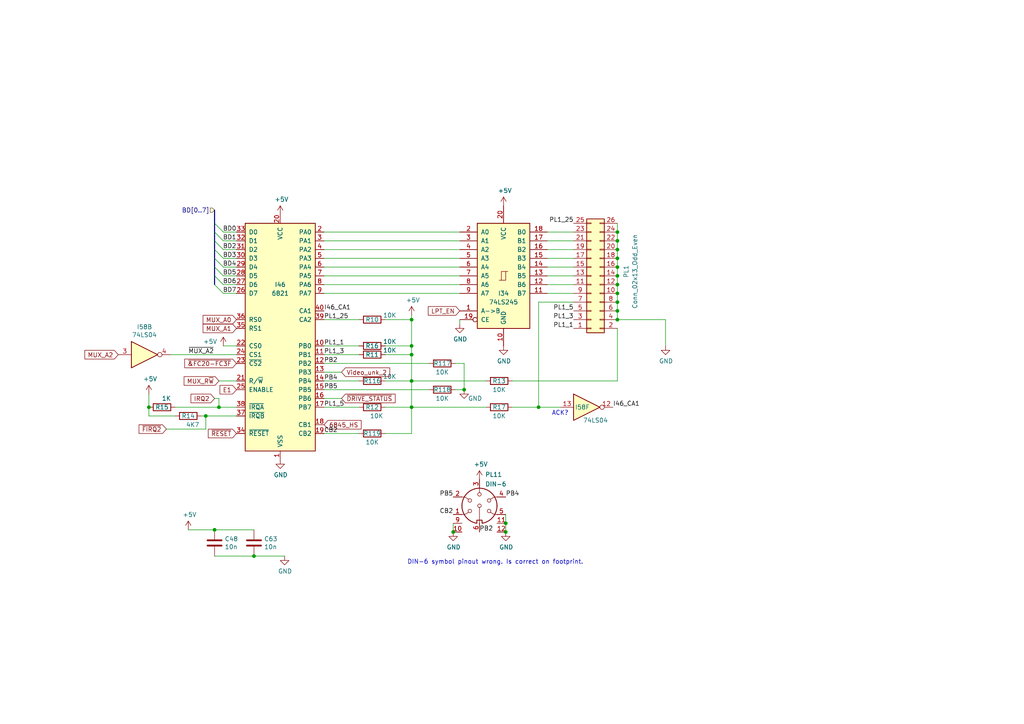
<source format=kicad_sch>
(kicad_sch (version 20211123) (generator eeschema)

  (uuid ccf65e24-b980-469f-8862-e397985c8f5a)

  (paper "A4")

  (title_block
    (title "PIA0 & PL1 Driver & Keyboard")
    (date "2022-06-08")
    (rev "0.2")
    (company "DragonPlus Electronics")
    (comment 1 "John Whitworth")
    (comment 3 "including Richard Harding's Dragon Beta PCB images.")
    (comment 4 "Reverse Engineering of Dragon Beta from various sources")
  )

  (lib_symbols
    (symbol "74xx:74LS04" (in_bom yes) (on_board yes)
      (property "Reference" "U" (id 0) (at 0 1.27 0)
        (effects (font (size 1.27 1.27)))
      )
      (property "Value" "74LS04" (id 1) (at 0 -1.27 0)
        (effects (font (size 1.27 1.27)))
      )
      (property "Footprint" "" (id 2) (at 0 0 0)
        (effects (font (size 1.27 1.27)) hide)
      )
      (property "Datasheet" "http://www.ti.com/lit/gpn/sn74LS04" (id 3) (at 0 0 0)
        (effects (font (size 1.27 1.27)) hide)
      )
      (property "ki_locked" "" (id 4) (at 0 0 0)
        (effects (font (size 1.27 1.27)))
      )
      (property "ki_keywords" "TTL not inv" (id 5) (at 0 0 0)
        (effects (font (size 1.27 1.27)) hide)
      )
      (property "ki_description" "Hex Inverter" (id 6) (at 0 0 0)
        (effects (font (size 1.27 1.27)) hide)
      )
      (property "ki_fp_filters" "DIP*W7.62mm* SSOP?14* TSSOP?14*" (id 7) (at 0 0 0)
        (effects (font (size 1.27 1.27)) hide)
      )
      (symbol "74LS04_1_0"
        (polyline
          (pts
            (xy -3.81 3.81)
            (xy -3.81 -3.81)
            (xy 3.81 0)
            (xy -3.81 3.81)
          )
          (stroke (width 0.254) (type default) (color 0 0 0 0))
          (fill (type background))
        )
        (pin input line (at -7.62 0 0) (length 3.81)
          (name "~" (effects (font (size 1.27 1.27))))
          (number "1" (effects (font (size 1.27 1.27))))
        )
        (pin output inverted (at 7.62 0 180) (length 3.81)
          (name "~" (effects (font (size 1.27 1.27))))
          (number "2" (effects (font (size 1.27 1.27))))
        )
      )
      (symbol "74LS04_2_0"
        (polyline
          (pts
            (xy -3.81 3.81)
            (xy -3.81 -3.81)
            (xy 3.81 0)
            (xy -3.81 3.81)
          )
          (stroke (width 0.254) (type default) (color 0 0 0 0))
          (fill (type background))
        )
        (pin input line (at -7.62 0 0) (length 3.81)
          (name "~" (effects (font (size 1.27 1.27))))
          (number "3" (effects (font (size 1.27 1.27))))
        )
        (pin output inverted (at 7.62 0 180) (length 3.81)
          (name "~" (effects (font (size 1.27 1.27))))
          (number "4" (effects (font (size 1.27 1.27))))
        )
      )
      (symbol "74LS04_3_0"
        (polyline
          (pts
            (xy -3.81 3.81)
            (xy -3.81 -3.81)
            (xy 3.81 0)
            (xy -3.81 3.81)
          )
          (stroke (width 0.254) (type default) (color 0 0 0 0))
          (fill (type background))
        )
        (pin input line (at -7.62 0 0) (length 3.81)
          (name "~" (effects (font (size 1.27 1.27))))
          (number "5" (effects (font (size 1.27 1.27))))
        )
        (pin output inverted (at 7.62 0 180) (length 3.81)
          (name "~" (effects (font (size 1.27 1.27))))
          (number "6" (effects (font (size 1.27 1.27))))
        )
      )
      (symbol "74LS04_4_0"
        (polyline
          (pts
            (xy -3.81 3.81)
            (xy -3.81 -3.81)
            (xy 3.81 0)
            (xy -3.81 3.81)
          )
          (stroke (width 0.254) (type default) (color 0 0 0 0))
          (fill (type background))
        )
        (pin output inverted (at 7.62 0 180) (length 3.81)
          (name "~" (effects (font (size 1.27 1.27))))
          (number "8" (effects (font (size 1.27 1.27))))
        )
        (pin input line (at -7.62 0 0) (length 3.81)
          (name "~" (effects (font (size 1.27 1.27))))
          (number "9" (effects (font (size 1.27 1.27))))
        )
      )
      (symbol "74LS04_5_0"
        (polyline
          (pts
            (xy -3.81 3.81)
            (xy -3.81 -3.81)
            (xy 3.81 0)
            (xy -3.81 3.81)
          )
          (stroke (width 0.254) (type default) (color 0 0 0 0))
          (fill (type background))
        )
        (pin output inverted (at 7.62 0 180) (length 3.81)
          (name "~" (effects (font (size 1.27 1.27))))
          (number "10" (effects (font (size 1.27 1.27))))
        )
        (pin input line (at -7.62 0 0) (length 3.81)
          (name "~" (effects (font (size 1.27 1.27))))
          (number "11" (effects (font (size 1.27 1.27))))
        )
      )
      (symbol "74LS04_6_0"
        (polyline
          (pts
            (xy -3.81 3.81)
            (xy -3.81 -3.81)
            (xy 3.81 0)
            (xy -3.81 3.81)
          )
          (stroke (width 0.254) (type default) (color 0 0 0 0))
          (fill (type background))
        )
        (pin output inverted (at 7.62 0 180) (length 3.81)
          (name "~" (effects (font (size 1.27 1.27))))
          (number "12" (effects (font (size 1.27 1.27))))
        )
        (pin input line (at -7.62 0 0) (length 3.81)
          (name "~" (effects (font (size 1.27 1.27))))
          (number "13" (effects (font (size 1.27 1.27))))
        )
      )
      (symbol "74LS04_7_0"
        (pin power_in line (at 0 12.7 270) (length 5.08)
          (name "VCC" (effects (font (size 1.27 1.27))))
          (number "14" (effects (font (size 1.27 1.27))))
        )
        (pin power_in line (at 0 -12.7 90) (length 5.08)
          (name "GND" (effects (font (size 1.27 1.27))))
          (number "7" (effects (font (size 1.27 1.27))))
        )
      )
      (symbol "74LS04_7_1"
        (rectangle (start -5.08 7.62) (end 5.08 -7.62)
          (stroke (width 0.254) (type default) (color 0 0 0 0))
          (fill (type background))
        )
      )
    )
    (symbol "74xx:74LS245" (pin_names (offset 1.016)) (in_bom yes) (on_board yes)
      (property "Reference" "U" (id 0) (at -7.62 16.51 0)
        (effects (font (size 1.27 1.27)))
      )
      (property "Value" "74LS245" (id 1) (at -7.62 -16.51 0)
        (effects (font (size 1.27 1.27)))
      )
      (property "Footprint" "" (id 2) (at 0 0 0)
        (effects (font (size 1.27 1.27)) hide)
      )
      (property "Datasheet" "http://www.ti.com/lit/gpn/sn74LS245" (id 3) (at 0 0 0)
        (effects (font (size 1.27 1.27)) hide)
      )
      (property "ki_locked" "" (id 4) (at 0 0 0)
        (effects (font (size 1.27 1.27)))
      )
      (property "ki_keywords" "TTL BUS 3State" (id 5) (at 0 0 0)
        (effects (font (size 1.27 1.27)) hide)
      )
      (property "ki_description" "Octal BUS Transceivers, 3-State outputs" (id 6) (at 0 0 0)
        (effects (font (size 1.27 1.27)) hide)
      )
      (property "ki_fp_filters" "DIP?20*" (id 7) (at 0 0 0)
        (effects (font (size 1.27 1.27)) hide)
      )
      (symbol "74LS245_1_0"
        (polyline
          (pts
            (xy -0.635 -1.27)
            (xy -0.635 1.27)
            (xy 0.635 1.27)
          )
          (stroke (width 0) (type default) (color 0 0 0 0))
          (fill (type none))
        )
        (polyline
          (pts
            (xy -1.27 -1.27)
            (xy 0.635 -1.27)
            (xy 0.635 1.27)
            (xy 1.27 1.27)
          )
          (stroke (width 0) (type default) (color 0 0 0 0))
          (fill (type none))
        )
        (pin input line (at -12.7 -10.16 0) (length 5.08)
          (name "A->B" (effects (font (size 1.27 1.27))))
          (number "1" (effects (font (size 1.27 1.27))))
        )
        (pin power_in line (at 0 -20.32 90) (length 5.08)
          (name "GND" (effects (font (size 1.27 1.27))))
          (number "10" (effects (font (size 1.27 1.27))))
        )
        (pin tri_state line (at 12.7 -5.08 180) (length 5.08)
          (name "B7" (effects (font (size 1.27 1.27))))
          (number "11" (effects (font (size 1.27 1.27))))
        )
        (pin tri_state line (at 12.7 -2.54 180) (length 5.08)
          (name "B6" (effects (font (size 1.27 1.27))))
          (number "12" (effects (font (size 1.27 1.27))))
        )
        (pin tri_state line (at 12.7 0 180) (length 5.08)
          (name "B5" (effects (font (size 1.27 1.27))))
          (number "13" (effects (font (size 1.27 1.27))))
        )
        (pin tri_state line (at 12.7 2.54 180) (length 5.08)
          (name "B4" (effects (font (size 1.27 1.27))))
          (number "14" (effects (font (size 1.27 1.27))))
        )
        (pin tri_state line (at 12.7 5.08 180) (length 5.08)
          (name "B3" (effects (font (size 1.27 1.27))))
          (number "15" (effects (font (size 1.27 1.27))))
        )
        (pin tri_state line (at 12.7 7.62 180) (length 5.08)
          (name "B2" (effects (font (size 1.27 1.27))))
          (number "16" (effects (font (size 1.27 1.27))))
        )
        (pin tri_state line (at 12.7 10.16 180) (length 5.08)
          (name "B1" (effects (font (size 1.27 1.27))))
          (number "17" (effects (font (size 1.27 1.27))))
        )
        (pin tri_state line (at 12.7 12.7 180) (length 5.08)
          (name "B0" (effects (font (size 1.27 1.27))))
          (number "18" (effects (font (size 1.27 1.27))))
        )
        (pin input inverted (at -12.7 -12.7 0) (length 5.08)
          (name "CE" (effects (font (size 1.27 1.27))))
          (number "19" (effects (font (size 1.27 1.27))))
        )
        (pin tri_state line (at -12.7 12.7 0) (length 5.08)
          (name "A0" (effects (font (size 1.27 1.27))))
          (number "2" (effects (font (size 1.27 1.27))))
        )
        (pin power_in line (at 0 20.32 270) (length 5.08)
          (name "VCC" (effects (font (size 1.27 1.27))))
          (number "20" (effects (font (size 1.27 1.27))))
        )
        (pin tri_state line (at -12.7 10.16 0) (length 5.08)
          (name "A1" (effects (font (size 1.27 1.27))))
          (number "3" (effects (font (size 1.27 1.27))))
        )
        (pin tri_state line (at -12.7 7.62 0) (length 5.08)
          (name "A2" (effects (font (size 1.27 1.27))))
          (number "4" (effects (font (size 1.27 1.27))))
        )
        (pin tri_state line (at -12.7 5.08 0) (length 5.08)
          (name "A3" (effects (font (size 1.27 1.27))))
          (number "5" (effects (font (size 1.27 1.27))))
        )
        (pin tri_state line (at -12.7 2.54 0) (length 5.08)
          (name "A4" (effects (font (size 1.27 1.27))))
          (number "6" (effects (font (size 1.27 1.27))))
        )
        (pin tri_state line (at -12.7 0 0) (length 5.08)
          (name "A5" (effects (font (size 1.27 1.27))))
          (number "7" (effects (font (size 1.27 1.27))))
        )
        (pin tri_state line (at -12.7 -2.54 0) (length 5.08)
          (name "A6" (effects (font (size 1.27 1.27))))
          (number "8" (effects (font (size 1.27 1.27))))
        )
        (pin tri_state line (at -12.7 -5.08 0) (length 5.08)
          (name "A7" (effects (font (size 1.27 1.27))))
          (number "9" (effects (font (size 1.27 1.27))))
        )
      )
      (symbol "74LS245_1_1"
        (rectangle (start -7.62 15.24) (end 7.62 -15.24)
          (stroke (width 0.254) (type default) (color 0 0 0 0))
          (fill (type background))
        )
      )
    )
    (symbol "Connector:DIN-6" (pin_names (offset 1.016)) (in_bom yes) (on_board yes)
      (property "Reference" "J" (id 0) (at 3.175 5.715 0)
        (effects (font (size 1.27 1.27)))
      )
      (property "Value" "DIN-6" (id 1) (at -8.89 6.35 0)
        (effects (font (size 1.27 1.27)) (justify left))
      )
      (property "Footprint" "" (id 2) (at 0 0 0)
        (effects (font (size 1.27 1.27)) hide)
      )
      (property "Datasheet" "http://www.mouser.com/ds/2/18/40_c091_abd_e-75918.pdf" (id 3) (at 0 0 0)
        (effects (font (size 1.27 1.27)) hide)
      )
      (property "ki_keywords" "circular DIN connector" (id 4) (at 0 0 0)
        (effects (font (size 1.27 1.27)) hide)
      )
      (property "ki_description" "6-pin DIN connector" (id 5) (at 0 0 0)
        (effects (font (size 1.27 1.27)) hide)
      )
      (property "ki_fp_filters" "DIN*" (id 6) (at 0 0 0)
        (effects (font (size 1.27 1.27)) hide)
      )
      (symbol "DIN-6_0_1"
        (arc (start -5.08 0) (mid -3.8597 -3.3379) (end -0.762 -5.08)
          (stroke (width 0.254) (type default) (color 0 0 0 0))
          (fill (type none))
        )
        (circle (center -2.794 -1.524) (radius 0.508)
          (stroke (width 0) (type default) (color 0 0 0 0))
          (fill (type none))
        )
        (circle (center -2.794 1.524) (radius 0.508)
          (stroke (width 0) (type default) (color 0 0 0 0))
          (fill (type none))
        )
        (polyline
          (pts
            (xy 0 -5.08)
            (xy 0 -0.508)
          )
          (stroke (width 0) (type default) (color 0 0 0 0))
          (fill (type none))
        )
        (polyline
          (pts
            (xy 0 5.08)
            (xy 0 3.81)
          )
          (stroke (width 0) (type default) (color 0 0 0 0))
          (fill (type none))
        )
        (polyline
          (pts
            (xy -5.08 -2.54)
            (xy -4.318 -2.54)
            (xy -3.175 -1.905)
          )
          (stroke (width 0) (type default) (color 0 0 0 0))
          (fill (type none))
        )
        (polyline
          (pts
            (xy -5.08 2.54)
            (xy -4.318 2.54)
            (xy -3.175 1.905)
          )
          (stroke (width 0) (type default) (color 0 0 0 0))
          (fill (type none))
        )
        (polyline
          (pts
            (xy 5.08 -2.54)
            (xy 4.318 -2.54)
            (xy 3.175 -1.905)
          )
          (stroke (width 0) (type default) (color 0 0 0 0))
          (fill (type none))
        )
        (polyline
          (pts
            (xy 5.08 2.54)
            (xy 4.318 2.54)
            (xy 3.175 1.905)
          )
          (stroke (width 0) (type default) (color 0 0 0 0))
          (fill (type none))
        )
        (polyline
          (pts
            (xy -0.762 -4.953)
            (xy -0.762 -4.191)
            (xy 0.762 -4.191)
            (xy 0.762 -4.953)
          )
          (stroke (width 0.254) (type default) (color 0 0 0 0))
          (fill (type none))
        )
        (circle (center 0 0) (radius 0.508)
          (stroke (width 0) (type default) (color 0 0 0 0))
          (fill (type none))
        )
        (circle (center 0 3.302) (radius 0.508)
          (stroke (width 0) (type default) (color 0 0 0 0))
          (fill (type none))
        )
        (arc (start 0.762 -5.08) (mid 3.8673 -3.3444) (end 5.08 0)
          (stroke (width 0.254) (type default) (color 0 0 0 0))
          (fill (type none))
        )
        (circle (center 2.794 -1.524) (radius 0.508)
          (stroke (width 0) (type default) (color 0 0 0 0))
          (fill (type none))
        )
        (circle (center 2.794 1.524) (radius 0.508)
          (stroke (width 0) (type default) (color 0 0 0 0))
          (fill (type none))
        )
        (arc (start 5.08 0) (mid 0 5.08) (end -5.08 0)
          (stroke (width 0.254) (type default) (color 0 0 0 0))
          (fill (type none))
        )
      )
      (symbol "DIN-6_1_1"
        (pin passive line (at -7.62 -2.54 0) (length 2.54)
          (name "~" (effects (font (size 1.27 1.27))))
          (number "1" (effects (font (size 1.27 1.27))))
        )
        (pin passive line (at -7.62 -7.62 0) (length 2.54)
          (name "" (effects (font (size 1.27 1.27))))
          (number "10" (effects (font (size 1.27 1.27))))
        )
        (pin passive line (at 7.62 -5.08 180) (length 2.54)
          (name "" (effects (font (size 1.27 1.27))))
          (number "11" (effects (font (size 1.27 1.27))))
        )
        (pin passive line (at 7.62 -7.62 180) (length 2.54)
          (name "" (effects (font (size 1.27 1.27))))
          (number "12" (effects (font (size 1.27 1.27))))
        )
        (pin passive line (at -7.62 2.54 0) (length 2.54)
          (name "~" (effects (font (size 1.27 1.27))))
          (number "2" (effects (font (size 1.27 1.27))))
        )
        (pin passive line (at 0 7.62 270) (length 2.54)
          (name "~" (effects (font (size 1.27 1.27))))
          (number "3" (effects (font (size 1.27 1.27))))
        )
        (pin passive line (at 7.62 2.54 180) (length 2.54)
          (name "~" (effects (font (size 1.27 1.27))))
          (number "4" (effects (font (size 1.27 1.27))))
        )
        (pin passive line (at 7.62 -2.54 180) (length 2.54)
          (name "~" (effects (font (size 1.27 1.27))))
          (number "5" (effects (font (size 1.27 1.27))))
        )
        (pin passive line (at 0 -7.62 90) (length 2.54)
          (name "~" (effects (font (size 1.27 1.27))))
          (number "6" (effects (font (size 1.27 1.27))))
        )
        (pin passive line (at -7.62 -5.08 0) (length 2.54)
          (name "" (effects (font (size 1.27 1.27))))
          (number "9" (effects (font (size 1.27 1.27))))
        )
      )
    )
    (symbol "Connector_Generic:Conn_02x13_Odd_Even" (pin_names (offset 1.016) hide) (in_bom yes) (on_board yes)
      (property "Reference" "J" (id 0) (at 1.27 17.78 0)
        (effects (font (size 1.27 1.27)))
      )
      (property "Value" "Conn_02x13_Odd_Even" (id 1) (at 1.27 -17.78 0)
        (effects (font (size 1.27 1.27)))
      )
      (property "Footprint" "" (id 2) (at 0 0 0)
        (effects (font (size 1.27 1.27)) hide)
      )
      (property "Datasheet" "~" (id 3) (at 0 0 0)
        (effects (font (size 1.27 1.27)) hide)
      )
      (property "ki_keywords" "connector" (id 4) (at 0 0 0)
        (effects (font (size 1.27 1.27)) hide)
      )
      (property "ki_description" "Generic connector, double row, 02x13, odd/even pin numbering scheme (row 1 odd numbers, row 2 even numbers), script generated (kicad-library-utils/schlib/autogen/connector/)" (id 5) (at 0 0 0)
        (effects (font (size 1.27 1.27)) hide)
      )
      (property "ki_fp_filters" "Connector*:*_2x??_*" (id 6) (at 0 0 0)
        (effects (font (size 1.27 1.27)) hide)
      )
      (symbol "Conn_02x13_Odd_Even_1_1"
        (rectangle (start -1.27 -15.113) (end 0 -15.367)
          (stroke (width 0.1524) (type default) (color 0 0 0 0))
          (fill (type none))
        )
        (rectangle (start -1.27 -12.573) (end 0 -12.827)
          (stroke (width 0.1524) (type default) (color 0 0 0 0))
          (fill (type none))
        )
        (rectangle (start -1.27 -10.033) (end 0 -10.287)
          (stroke (width 0.1524) (type default) (color 0 0 0 0))
          (fill (type none))
        )
        (rectangle (start -1.27 -7.493) (end 0 -7.747)
          (stroke (width 0.1524) (type default) (color 0 0 0 0))
          (fill (type none))
        )
        (rectangle (start -1.27 -4.953) (end 0 -5.207)
          (stroke (width 0.1524) (type default) (color 0 0 0 0))
          (fill (type none))
        )
        (rectangle (start -1.27 -2.413) (end 0 -2.667)
          (stroke (width 0.1524) (type default) (color 0 0 0 0))
          (fill (type none))
        )
        (rectangle (start -1.27 0.127) (end 0 -0.127)
          (stroke (width 0.1524) (type default) (color 0 0 0 0))
          (fill (type none))
        )
        (rectangle (start -1.27 2.667) (end 0 2.413)
          (stroke (width 0.1524) (type default) (color 0 0 0 0))
          (fill (type none))
        )
        (rectangle (start -1.27 5.207) (end 0 4.953)
          (stroke (width 0.1524) (type default) (color 0 0 0 0))
          (fill (type none))
        )
        (rectangle (start -1.27 7.747) (end 0 7.493)
          (stroke (width 0.1524) (type default) (color 0 0 0 0))
          (fill (type none))
        )
        (rectangle (start -1.27 10.287) (end 0 10.033)
          (stroke (width 0.1524) (type default) (color 0 0 0 0))
          (fill (type none))
        )
        (rectangle (start -1.27 12.827) (end 0 12.573)
          (stroke (width 0.1524) (type default) (color 0 0 0 0))
          (fill (type none))
        )
        (rectangle (start -1.27 15.367) (end 0 15.113)
          (stroke (width 0.1524) (type default) (color 0 0 0 0))
          (fill (type none))
        )
        (rectangle (start -1.27 16.51) (end 3.81 -16.51)
          (stroke (width 0.254) (type default) (color 0 0 0 0))
          (fill (type background))
        )
        (rectangle (start 3.81 -15.113) (end 2.54 -15.367)
          (stroke (width 0.1524) (type default) (color 0 0 0 0))
          (fill (type none))
        )
        (rectangle (start 3.81 -12.573) (end 2.54 -12.827)
          (stroke (width 0.1524) (type default) (color 0 0 0 0))
          (fill (type none))
        )
        (rectangle (start 3.81 -10.033) (end 2.54 -10.287)
          (stroke (width 0.1524) (type default) (color 0 0 0 0))
          (fill (type none))
        )
        (rectangle (start 3.81 -7.493) (end 2.54 -7.747)
          (stroke (width 0.1524) (type default) (color 0 0 0 0))
          (fill (type none))
        )
        (rectangle (start 3.81 -4.953) (end 2.54 -5.207)
          (stroke (width 0.1524) (type default) (color 0 0 0 0))
          (fill (type none))
        )
        (rectangle (start 3.81 -2.413) (end 2.54 -2.667)
          (stroke (width 0.1524) (type default) (color 0 0 0 0))
          (fill (type none))
        )
        (rectangle (start 3.81 0.127) (end 2.54 -0.127)
          (stroke (width 0.1524) (type default) (color 0 0 0 0))
          (fill (type none))
        )
        (rectangle (start 3.81 2.667) (end 2.54 2.413)
          (stroke (width 0.1524) (type default) (color 0 0 0 0))
          (fill (type none))
        )
        (rectangle (start 3.81 5.207) (end 2.54 4.953)
          (stroke (width 0.1524) (type default) (color 0 0 0 0))
          (fill (type none))
        )
        (rectangle (start 3.81 7.747) (end 2.54 7.493)
          (stroke (width 0.1524) (type default) (color 0 0 0 0))
          (fill (type none))
        )
        (rectangle (start 3.81 10.287) (end 2.54 10.033)
          (stroke (width 0.1524) (type default) (color 0 0 0 0))
          (fill (type none))
        )
        (rectangle (start 3.81 12.827) (end 2.54 12.573)
          (stroke (width 0.1524) (type default) (color 0 0 0 0))
          (fill (type none))
        )
        (rectangle (start 3.81 15.367) (end 2.54 15.113)
          (stroke (width 0.1524) (type default) (color 0 0 0 0))
          (fill (type none))
        )
        (pin passive line (at -5.08 15.24 0) (length 3.81)
          (name "Pin_1" (effects (font (size 1.27 1.27))))
          (number "1" (effects (font (size 1.27 1.27))))
        )
        (pin passive line (at 7.62 5.08 180) (length 3.81)
          (name "Pin_10" (effects (font (size 1.27 1.27))))
          (number "10" (effects (font (size 1.27 1.27))))
        )
        (pin passive line (at -5.08 2.54 0) (length 3.81)
          (name "Pin_11" (effects (font (size 1.27 1.27))))
          (number "11" (effects (font (size 1.27 1.27))))
        )
        (pin passive line (at 7.62 2.54 180) (length 3.81)
          (name "Pin_12" (effects (font (size 1.27 1.27))))
          (number "12" (effects (font (size 1.27 1.27))))
        )
        (pin passive line (at -5.08 0 0) (length 3.81)
          (name "Pin_13" (effects (font (size 1.27 1.27))))
          (number "13" (effects (font (size 1.27 1.27))))
        )
        (pin passive line (at 7.62 0 180) (length 3.81)
          (name "Pin_14" (effects (font (size 1.27 1.27))))
          (number "14" (effects (font (size 1.27 1.27))))
        )
        (pin passive line (at -5.08 -2.54 0) (length 3.81)
          (name "Pin_15" (effects (font (size 1.27 1.27))))
          (number "15" (effects (font (size 1.27 1.27))))
        )
        (pin passive line (at 7.62 -2.54 180) (length 3.81)
          (name "Pin_16" (effects (font (size 1.27 1.27))))
          (number "16" (effects (font (size 1.27 1.27))))
        )
        (pin passive line (at -5.08 -5.08 0) (length 3.81)
          (name "Pin_17" (effects (font (size 1.27 1.27))))
          (number "17" (effects (font (size 1.27 1.27))))
        )
        (pin passive line (at 7.62 -5.08 180) (length 3.81)
          (name "Pin_18" (effects (font (size 1.27 1.27))))
          (number "18" (effects (font (size 1.27 1.27))))
        )
        (pin passive line (at -5.08 -7.62 0) (length 3.81)
          (name "Pin_19" (effects (font (size 1.27 1.27))))
          (number "19" (effects (font (size 1.27 1.27))))
        )
        (pin passive line (at 7.62 15.24 180) (length 3.81)
          (name "Pin_2" (effects (font (size 1.27 1.27))))
          (number "2" (effects (font (size 1.27 1.27))))
        )
        (pin passive line (at 7.62 -7.62 180) (length 3.81)
          (name "Pin_20" (effects (font (size 1.27 1.27))))
          (number "20" (effects (font (size 1.27 1.27))))
        )
        (pin passive line (at -5.08 -10.16 0) (length 3.81)
          (name "Pin_21" (effects (font (size 1.27 1.27))))
          (number "21" (effects (font (size 1.27 1.27))))
        )
        (pin passive line (at 7.62 -10.16 180) (length 3.81)
          (name "Pin_22" (effects (font (size 1.27 1.27))))
          (number "22" (effects (font (size 1.27 1.27))))
        )
        (pin passive line (at -5.08 -12.7 0) (length 3.81)
          (name "Pin_23" (effects (font (size 1.27 1.27))))
          (number "23" (effects (font (size 1.27 1.27))))
        )
        (pin passive line (at 7.62 -12.7 180) (length 3.81)
          (name "Pin_24" (effects (font (size 1.27 1.27))))
          (number "24" (effects (font (size 1.27 1.27))))
        )
        (pin passive line (at -5.08 -15.24 0) (length 3.81)
          (name "Pin_25" (effects (font (size 1.27 1.27))))
          (number "25" (effects (font (size 1.27 1.27))))
        )
        (pin passive line (at 7.62 -15.24 180) (length 3.81)
          (name "Pin_26" (effects (font (size 1.27 1.27))))
          (number "26" (effects (font (size 1.27 1.27))))
        )
        (pin passive line (at -5.08 12.7 0) (length 3.81)
          (name "Pin_3" (effects (font (size 1.27 1.27))))
          (number "3" (effects (font (size 1.27 1.27))))
        )
        (pin passive line (at 7.62 12.7 180) (length 3.81)
          (name "Pin_4" (effects (font (size 1.27 1.27))))
          (number "4" (effects (font (size 1.27 1.27))))
        )
        (pin passive line (at -5.08 10.16 0) (length 3.81)
          (name "Pin_5" (effects (font (size 1.27 1.27))))
          (number "5" (effects (font (size 1.27 1.27))))
        )
        (pin passive line (at 7.62 10.16 180) (length 3.81)
          (name "Pin_6" (effects (font (size 1.27 1.27))))
          (number "6" (effects (font (size 1.27 1.27))))
        )
        (pin passive line (at -5.08 7.62 0) (length 3.81)
          (name "Pin_7" (effects (font (size 1.27 1.27))))
          (number "7" (effects (font (size 1.27 1.27))))
        )
        (pin passive line (at 7.62 7.62 180) (length 3.81)
          (name "Pin_8" (effects (font (size 1.27 1.27))))
          (number "8" (effects (font (size 1.27 1.27))))
        )
        (pin passive line (at -5.08 5.08 0) (length 3.81)
          (name "Pin_9" (effects (font (size 1.27 1.27))))
          (number "9" (effects (font (size 1.27 1.27))))
        )
      )
    )
    (symbol "Device:C" (pin_numbers hide) (pin_names (offset 0.254)) (in_bom yes) (on_board yes)
      (property "Reference" "C" (id 0) (at 0.635 2.54 0)
        (effects (font (size 1.27 1.27)) (justify left))
      )
      (property "Value" "C" (id 1) (at 0.635 -2.54 0)
        (effects (font (size 1.27 1.27)) (justify left))
      )
      (property "Footprint" "" (id 2) (at 0.9652 -3.81 0)
        (effects (font (size 1.27 1.27)) hide)
      )
      (property "Datasheet" "~" (id 3) (at 0 0 0)
        (effects (font (size 1.27 1.27)) hide)
      )
      (property "ki_keywords" "cap capacitor" (id 4) (at 0 0 0)
        (effects (font (size 1.27 1.27)) hide)
      )
      (property "ki_description" "Unpolarized capacitor" (id 5) (at 0 0 0)
        (effects (font (size 1.27 1.27)) hide)
      )
      (property "ki_fp_filters" "C_*" (id 6) (at 0 0 0)
        (effects (font (size 1.27 1.27)) hide)
      )
      (symbol "C_0_1"
        (polyline
          (pts
            (xy -2.032 -0.762)
            (xy 2.032 -0.762)
          )
          (stroke (width 0.508) (type default) (color 0 0 0 0))
          (fill (type none))
        )
        (polyline
          (pts
            (xy -2.032 0.762)
            (xy 2.032 0.762)
          )
          (stroke (width 0.508) (type default) (color 0 0 0 0))
          (fill (type none))
        )
      )
      (symbol "C_1_1"
        (pin passive line (at 0 3.81 270) (length 2.794)
          (name "~" (effects (font (size 1.27 1.27))))
          (number "1" (effects (font (size 1.27 1.27))))
        )
        (pin passive line (at 0 -3.81 90) (length 2.794)
          (name "~" (effects (font (size 1.27 1.27))))
          (number "2" (effects (font (size 1.27 1.27))))
        )
      )
    )
    (symbol "Device:R" (pin_numbers hide) (pin_names (offset 0)) (in_bom yes) (on_board yes)
      (property "Reference" "R" (id 0) (at 2.032 0 90)
        (effects (font (size 1.27 1.27)))
      )
      (property "Value" "R" (id 1) (at 0 0 90)
        (effects (font (size 1.27 1.27)))
      )
      (property "Footprint" "" (id 2) (at -1.778 0 90)
        (effects (font (size 1.27 1.27)) hide)
      )
      (property "Datasheet" "~" (id 3) (at 0 0 0)
        (effects (font (size 1.27 1.27)) hide)
      )
      (property "ki_keywords" "R res resistor" (id 4) (at 0 0 0)
        (effects (font (size 1.27 1.27)) hide)
      )
      (property "ki_description" "Resistor" (id 5) (at 0 0 0)
        (effects (font (size 1.27 1.27)) hide)
      )
      (property "ki_fp_filters" "R_*" (id 6) (at 0 0 0)
        (effects (font (size 1.27 1.27)) hide)
      )
      (symbol "R_0_1"
        (rectangle (start -1.016 -2.54) (end 1.016 2.54)
          (stroke (width 0.254) (type default) (color 0 0 0 0))
          (fill (type none))
        )
      )
      (symbol "R_1_1"
        (pin passive line (at 0 3.81 270) (length 1.27)
          (name "~" (effects (font (size 1.27 1.27))))
          (number "1" (effects (font (size 1.27 1.27))))
        )
        (pin passive line (at 0 -3.81 90) (length 1.27)
          (name "~" (effects (font (size 1.27 1.27))))
          (number "2" (effects (font (size 1.27 1.27))))
        )
      )
    )
    (symbol "Interface:6821" (pin_names (offset 1.016)) (in_bom yes) (on_board yes)
      (property "Reference" "U" (id 0) (at -7.62 34.29 0)
        (effects (font (size 1.27 1.27)) (justify right))
      )
      (property "Value" "6821" (id 1) (at 10.16 34.29 0)
        (effects (font (size 1.27 1.27)) (justify right))
      )
      (property "Footprint" "Package_DIP:DIP-40_W15.24mm" (id 2) (at 1.27 -34.29 0)
        (effects (font (size 1.27 1.27)) (justify left) hide)
      )
      (property "Datasheet" "http://pdf.datasheetcatalog.com/datasheet/motorola/6821.pdf" (id 3) (at 0 0 0)
        (effects (font (size 1.27 1.27)) hide)
      )
      (property "ki_keywords" "PIA" (id 4) (at 0 0 0)
        (effects (font (size 1.27 1.27)) hide)
      )
      (property "ki_description" "Peripheral Interface Adapter 1MHz, DIP-40" (id 5) (at 0 0 0)
        (effects (font (size 1.27 1.27)) hide)
      )
      (property "ki_fp_filters" "DIP*W15.24mm*" (id 6) (at 0 0 0)
        (effects (font (size 1.27 1.27)) hide)
      )
      (symbol "6821_0_1"
        (rectangle (start -10.16 -33.02) (end 10.16 33.02)
          (stroke (width 0.254) (type default) (color 0 0 0 0))
          (fill (type background))
        )
      )
      (symbol "6821_1_1"
        (pin power_in line (at 0 -35.56 90) (length 2.54)
          (name "VSS" (effects (font (size 1.27 1.27))))
          (number "1" (effects (font (size 1.27 1.27))))
        )
        (pin bidirectional line (at 12.7 -2.54 180) (length 2.54)
          (name "PB0" (effects (font (size 1.27 1.27))))
          (number "10" (effects (font (size 1.27 1.27))))
        )
        (pin bidirectional line (at 12.7 -5.08 180) (length 2.54)
          (name "PB1" (effects (font (size 1.27 1.27))))
          (number "11" (effects (font (size 1.27 1.27))))
        )
        (pin bidirectional line (at 12.7 -7.62 180) (length 2.54)
          (name "PB2" (effects (font (size 1.27 1.27))))
          (number "12" (effects (font (size 1.27 1.27))))
        )
        (pin bidirectional line (at 12.7 -10.16 180) (length 2.54)
          (name "PB3" (effects (font (size 1.27 1.27))))
          (number "13" (effects (font (size 1.27 1.27))))
        )
        (pin bidirectional line (at 12.7 -12.7 180) (length 2.54)
          (name "PB4" (effects (font (size 1.27 1.27))))
          (number "14" (effects (font (size 1.27 1.27))))
        )
        (pin bidirectional line (at 12.7 -15.24 180) (length 2.54)
          (name "PB5" (effects (font (size 1.27 1.27))))
          (number "15" (effects (font (size 1.27 1.27))))
        )
        (pin bidirectional line (at 12.7 -17.78 180) (length 2.54)
          (name "PB6" (effects (font (size 1.27 1.27))))
          (number "16" (effects (font (size 1.27 1.27))))
        )
        (pin bidirectional line (at 12.7 -20.32 180) (length 2.54)
          (name "PB7" (effects (font (size 1.27 1.27))))
          (number "17" (effects (font (size 1.27 1.27))))
        )
        (pin input line (at 12.7 -25.4 180) (length 2.54)
          (name "CB1" (effects (font (size 1.27 1.27))))
          (number "18" (effects (font (size 1.27 1.27))))
        )
        (pin bidirectional line (at 12.7 -27.94 180) (length 2.54)
          (name "CB2" (effects (font (size 1.27 1.27))))
          (number "19" (effects (font (size 1.27 1.27))))
        )
        (pin bidirectional line (at 12.7 30.48 180) (length 2.54)
          (name "PA0" (effects (font (size 1.27 1.27))))
          (number "2" (effects (font (size 1.27 1.27))))
        )
        (pin power_in line (at 0 35.56 270) (length 2.54)
          (name "VCC" (effects (font (size 1.27 1.27))))
          (number "20" (effects (font (size 1.27 1.27))))
        )
        (pin input line (at -12.7 -12.7 0) (length 2.54)
          (name "R/~{W}" (effects (font (size 1.27 1.27))))
          (number "21" (effects (font (size 1.27 1.27))))
        )
        (pin input line (at -12.7 -2.54 0) (length 2.54)
          (name "CS0" (effects (font (size 1.27 1.27))))
          (number "22" (effects (font (size 1.27 1.27))))
        )
        (pin input line (at -12.7 -7.62 0) (length 2.54)
          (name "~{CS2}" (effects (font (size 1.27 1.27))))
          (number "23" (effects (font (size 1.27 1.27))))
        )
        (pin input line (at -12.7 -5.08 0) (length 2.54)
          (name "CS1" (effects (font (size 1.27 1.27))))
          (number "24" (effects (font (size 1.27 1.27))))
        )
        (pin input line (at -12.7 -15.24 0) (length 2.54)
          (name "ENABLE" (effects (font (size 1.27 1.27))))
          (number "25" (effects (font (size 1.27 1.27))))
        )
        (pin bidirectional line (at -12.7 12.7 0) (length 2.54)
          (name "D7" (effects (font (size 1.27 1.27))))
          (number "26" (effects (font (size 1.27 1.27))))
        )
        (pin bidirectional line (at -12.7 15.24 0) (length 2.54)
          (name "D6" (effects (font (size 1.27 1.27))))
          (number "27" (effects (font (size 1.27 1.27))))
        )
        (pin bidirectional line (at -12.7 17.78 0) (length 2.54)
          (name "D5" (effects (font (size 1.27 1.27))))
          (number "28" (effects (font (size 1.27 1.27))))
        )
        (pin bidirectional line (at -12.7 20.32 0) (length 2.54)
          (name "D4" (effects (font (size 1.27 1.27))))
          (number "29" (effects (font (size 1.27 1.27))))
        )
        (pin bidirectional line (at 12.7 27.94 180) (length 2.54)
          (name "PA1" (effects (font (size 1.27 1.27))))
          (number "3" (effects (font (size 1.27 1.27))))
        )
        (pin bidirectional line (at -12.7 22.86 0) (length 2.54)
          (name "D3" (effects (font (size 1.27 1.27))))
          (number "30" (effects (font (size 1.27 1.27))))
        )
        (pin bidirectional line (at -12.7 25.4 0) (length 2.54)
          (name "D2" (effects (font (size 1.27 1.27))))
          (number "31" (effects (font (size 1.27 1.27))))
        )
        (pin bidirectional line (at -12.7 27.94 0) (length 2.54)
          (name "D1" (effects (font (size 1.27 1.27))))
          (number "32" (effects (font (size 1.27 1.27))))
        )
        (pin bidirectional line (at -12.7 30.48 0) (length 2.54)
          (name "D0" (effects (font (size 1.27 1.27))))
          (number "33" (effects (font (size 1.27 1.27))))
        )
        (pin input line (at -12.7 -27.94 0) (length 2.54)
          (name "~{RESET}" (effects (font (size 1.27 1.27))))
          (number "34" (effects (font (size 1.27 1.27))))
        )
        (pin input line (at -12.7 2.54 0) (length 2.54)
          (name "RS1" (effects (font (size 1.27 1.27))))
          (number "35" (effects (font (size 1.27 1.27))))
        )
        (pin input line (at -12.7 5.08 0) (length 2.54)
          (name "RS0" (effects (font (size 1.27 1.27))))
          (number "36" (effects (font (size 1.27 1.27))))
        )
        (pin open_collector line (at -12.7 -22.86 0) (length 2.54)
          (name "~{IRQB}" (effects (font (size 1.27 1.27))))
          (number "37" (effects (font (size 1.27 1.27))))
        )
        (pin open_collector line (at -12.7 -20.32 0) (length 2.54)
          (name "~{IRQA}" (effects (font (size 1.27 1.27))))
          (number "38" (effects (font (size 1.27 1.27))))
        )
        (pin bidirectional line (at 12.7 5.08 180) (length 2.54)
          (name "CA2" (effects (font (size 1.27 1.27))))
          (number "39" (effects (font (size 1.27 1.27))))
        )
        (pin bidirectional line (at 12.7 25.4 180) (length 2.54)
          (name "PA2" (effects (font (size 1.27 1.27))))
          (number "4" (effects (font (size 1.27 1.27))))
        )
        (pin input line (at 12.7 7.62 180) (length 2.54)
          (name "CA1" (effects (font (size 1.27 1.27))))
          (number "40" (effects (font (size 1.27 1.27))))
        )
        (pin bidirectional line (at 12.7 22.86 180) (length 2.54)
          (name "PA3" (effects (font (size 1.27 1.27))))
          (number "5" (effects (font (size 1.27 1.27))))
        )
        (pin bidirectional line (at 12.7 20.32 180) (length 2.54)
          (name "PA4" (effects (font (size 1.27 1.27))))
          (number "6" (effects (font (size 1.27 1.27))))
        )
        (pin bidirectional line (at 12.7 17.78 180) (length 2.54)
          (name "PA5" (effects (font (size 1.27 1.27))))
          (number "7" (effects (font (size 1.27 1.27))))
        )
        (pin bidirectional line (at 12.7 15.24 180) (length 2.54)
          (name "PA6" (effects (font (size 1.27 1.27))))
          (number "8" (effects (font (size 1.27 1.27))))
        )
        (pin bidirectional line (at 12.7 12.7 180) (length 2.54)
          (name "PA7" (effects (font (size 1.27 1.27))))
          (number "9" (effects (font (size 1.27 1.27))))
        )
      )
    )
    (symbol "power:+5V" (power) (pin_names (offset 0)) (in_bom yes) (on_board yes)
      (property "Reference" "#PWR" (id 0) (at 0 -3.81 0)
        (effects (font (size 1.27 1.27)) hide)
      )
      (property "Value" "+5V" (id 1) (at 0 3.556 0)
        (effects (font (size 1.27 1.27)))
      )
      (property "Footprint" "" (id 2) (at 0 0 0)
        (effects (font (size 1.27 1.27)) hide)
      )
      (property "Datasheet" "" (id 3) (at 0 0 0)
        (effects (font (size 1.27 1.27)) hide)
      )
      (property "ki_keywords" "power-flag" (id 4) (at 0 0 0)
        (effects (font (size 1.27 1.27)) hide)
      )
      (property "ki_description" "Power symbol creates a global label with name \"+5V\"" (id 5) (at 0 0 0)
        (effects (font (size 1.27 1.27)) hide)
      )
      (symbol "+5V_0_1"
        (polyline
          (pts
            (xy -0.762 1.27)
            (xy 0 2.54)
          )
          (stroke (width 0) (type default) (color 0 0 0 0))
          (fill (type none))
        )
        (polyline
          (pts
            (xy 0 0)
            (xy 0 2.54)
          )
          (stroke (width 0) (type default) (color 0 0 0 0))
          (fill (type none))
        )
        (polyline
          (pts
            (xy 0 2.54)
            (xy 0.762 1.27)
          )
          (stroke (width 0) (type default) (color 0 0 0 0))
          (fill (type none))
        )
      )
      (symbol "+5V_1_1"
        (pin power_in line (at 0 0 90) (length 0) hide
          (name "+5V" (effects (font (size 1.27 1.27))))
          (number "1" (effects (font (size 1.27 1.27))))
        )
      )
    )
    (symbol "power:GND" (power) (pin_names (offset 0)) (in_bom yes) (on_board yes)
      (property "Reference" "#PWR" (id 0) (at 0 -6.35 0)
        (effects (font (size 1.27 1.27)) hide)
      )
      (property "Value" "GND" (id 1) (at 0 -3.81 0)
        (effects (font (size 1.27 1.27)))
      )
      (property "Footprint" "" (id 2) (at 0 0 0)
        (effects (font (size 1.27 1.27)) hide)
      )
      (property "Datasheet" "" (id 3) (at 0 0 0)
        (effects (font (size 1.27 1.27)) hide)
      )
      (property "ki_keywords" "power-flag" (id 4) (at 0 0 0)
        (effects (font (size 1.27 1.27)) hide)
      )
      (property "ki_description" "Power symbol creates a global label with name \"GND\" , ground" (id 5) (at 0 0 0)
        (effects (font (size 1.27 1.27)) hide)
      )
      (symbol "GND_0_1"
        (polyline
          (pts
            (xy 0 0)
            (xy 0 -1.27)
            (xy 1.27 -1.27)
            (xy 0 -2.54)
            (xy -1.27 -1.27)
            (xy 0 -1.27)
          )
          (stroke (width 0) (type default) (color 0 0 0 0))
          (fill (type none))
        )
      )
      (symbol "GND_1_1"
        (pin power_in line (at 0 0 270) (length 0) hide
          (name "GND" (effects (font (size 1.27 1.27))))
          (number "1" (effects (font (size 1.27 1.27))))
        )
      )
    )
  )

  (junction (at 179.07 77.47) (diameter 0) (color 0 0 0 0)
    (uuid 04ecc5b9-1245-4cd5-a81b-6d27476f97b6)
  )
  (junction (at 119.38 100.33) (diameter 0) (color 0 0 0 0)
    (uuid 05cf9b9f-579d-497d-8747-018b35366461)
  )
  (junction (at 179.07 67.31) (diameter 0) (color 0 0 0 0)
    (uuid 09ee1140-4c75-47e3-aead-8d07ca2decb8)
  )
  (junction (at 63.5 118.11) (diameter 0) (color 0 0 0 0)
    (uuid 0a3cbae7-b160-4bf5-bc29-b843867e2bbd)
  )
  (junction (at 146.685 154.305) (diameter 0) (color 0 0 0 0)
    (uuid 0c26ec7a-e83c-47fc-ac63-397f1259eeb6)
  )
  (junction (at 119.38 118.11) (diameter 0) (color 0 0 0 0)
    (uuid 13f30964-a0e5-4b66-a3b0-82966c8576ce)
  )
  (junction (at 179.07 92.71) (diameter 0) (color 0 0 0 0)
    (uuid 21f58734-fe5c-4a86-add9-a9d5a28072d0)
  )
  (junction (at 179.07 74.93) (diameter 0) (color 0 0 0 0)
    (uuid 2dd0add1-9a95-4b8c-a47a-bb7c827bbb1c)
  )
  (junction (at 59.69 120.65) (diameter 0) (color 0 0 0 0)
    (uuid 3bcf63ca-919b-4d2e-a775-d073698fdc1e)
  )
  (junction (at 179.07 69.85) (diameter 0) (color 0 0 0 0)
    (uuid 4c92833e-b01f-4974-b990-2d70f23eadc4)
  )
  (junction (at 179.07 90.17) (diameter 0) (color 0 0 0 0)
    (uuid 65d5c78a-4863-4a6e-8ee9-7f7694e5dd47)
  )
  (junction (at 134.62 113.03) (diameter 0) (color 0 0 0 0)
    (uuid 66a5f2d6-369b-47b4-8806-ac8862a0d38e)
  )
  (junction (at 62.23 153.67) (diameter 0) (color 0 0 0 0)
    (uuid 684829a1-14fb-436a-9093-a9211cbef360)
  )
  (junction (at 131.445 154.305) (diameter 0) (color 0 0 0 0)
    (uuid 6e0f3c71-2750-410d-b71d-b76c5457d7d3)
  )
  (junction (at 119.38 92.71) (diameter 0) (color 0 0 0 0)
    (uuid 7075a498-5749-4f19-ba7d-9b8161486d1a)
  )
  (junction (at 179.07 85.09) (diameter 0) (color 0 0 0 0)
    (uuid 75b3e860-eda3-41e8-8dba-396cd6130ad6)
  )
  (junction (at 73.66 161.29) (diameter 0) (color 0 0 0 0)
    (uuid 7e14a6ba-72c9-486f-8ebf-f83333348517)
  )
  (junction (at 179.07 72.39) (diameter 0) (color 0 0 0 0)
    (uuid 8a023770-9607-43f4-98b6-819a42a13144)
  )
  (junction (at 146.685 151.765) (diameter 0) (color 0 0 0 0)
    (uuid 9d465263-d863-4181-b3a1-8c39f0cab467)
  )
  (junction (at 119.38 110.49) (diameter 0) (color 0 0 0 0)
    (uuid 9fd2c636-f5cd-47e5-bbbc-56f7c25ff6b0)
  )
  (junction (at 179.07 87.63) (diameter 0) (color 0 0 0 0)
    (uuid 9fdfdce1-97e8-4aba-b333-1f8d317b5f20)
  )
  (junction (at 179.07 80.01) (diameter 0) (color 0 0 0 0)
    (uuid a0320f27-0744-407b-87d8-0c108bce1795)
  )
  (junction (at 119.38 102.87) (diameter 0) (color 0 0 0 0)
    (uuid a060e16f-f275-448b-8fa2-1c2b832ead39)
  )
  (junction (at 43.18 118.11) (diameter 0) (color 0 0 0 0)
    (uuid d8ac61b3-a533-4f15-9856-f7b341d352a1)
  )
  (junction (at 156.21 118.11) (diameter 0) (color 0 0 0 0)
    (uuid e2eaff9d-4c94-4311-bec0-a13146b760ca)
  )
  (junction (at 179.07 82.55) (diameter 0) (color 0 0 0 0)
    (uuid f23ff5c1-67ee-41ec-99a6-6a21a3430465)
  )

  (bus_entry (at 62.23 69.85) (size 2.54 2.54)
    (stroke (width 0) (type default) (color 0 0 0 0))
    (uuid 0db2329c-20dc-462b-b20a-ad6f2e2cbe93)
  )
  (bus_entry (at 62.23 82.55) (size 2.54 2.54)
    (stroke (width 0) (type default) (color 0 0 0 0))
    (uuid 44caae53-1a52-43c9-bdd2-601a68a99b9d)
  )
  (bus_entry (at 62.23 64.77) (size 2.54 2.54)
    (stroke (width 0) (type default) (color 0 0 0 0))
    (uuid 89ef2bc0-8232-4be3-b051-e70f2b9027de)
  )
  (bus_entry (at 62.23 72.39) (size 2.54 2.54)
    (stroke (width 0) (type default) (color 0 0 0 0))
    (uuid a5e8c014-a02c-48a7-a56b-b148c03b0656)
  )
  (bus_entry (at 62.23 80.01) (size 2.54 2.54)
    (stroke (width 0) (type default) (color 0 0 0 0))
    (uuid da74547b-896f-459c-8aa8-f161d000dade)
  )
  (bus_entry (at 62.23 77.47) (size 2.54 2.54)
    (stroke (width 0) (type default) (color 0 0 0 0))
    (uuid f009ac58-f532-4e59-a1ec-f6a687be6983)
  )
  (bus_entry (at 62.23 74.93) (size 2.54 2.54)
    (stroke (width 0) (type default) (color 0 0 0 0))
    (uuid f5fdbe12-8908-4b4e-99cf-dfba67105b79)
  )
  (bus_entry (at 62.23 67.31) (size 2.54 2.54)
    (stroke (width 0) (type default) (color 0 0 0 0))
    (uuid fedd826e-74ae-4512-8096-f38aaffedb7c)
  )

  (wire (pts (xy 119.38 125.73) (xy 119.38 118.11))
    (stroke (width 0) (type default) (color 0 0 0 0))
    (uuid 01479893-da9b-4d95-9f94-dd02e19a5000)
  )
  (wire (pts (xy 64.77 100.33) (xy 68.58 100.33))
    (stroke (width 0) (type default) (color 0 0 0 0))
    (uuid 03188fac-30e5-4f2c-8e3b-e7f7b1ba87fe)
  )
  (wire (pts (xy 64.77 85.09) (xy 68.58 85.09))
    (stroke (width 0) (type default) (color 0 0 0 0))
    (uuid 05e97569-cb43-4bfe-9c28-ea03e56f9c42)
  )
  (wire (pts (xy 111.76 110.49) (xy 119.38 110.49))
    (stroke (width 0) (type default) (color 0 0 0 0))
    (uuid 066b8ca5-c460-4857-b20b-265a43bbaf5a)
  )
  (wire (pts (xy 158.75 74.93) (xy 166.37 74.93))
    (stroke (width 0) (type default) (color 0 0 0 0))
    (uuid 0771d364-a669-462b-8c26-3e56d6fd2b2c)
  )
  (wire (pts (xy 146.685 151.765) (xy 146.685 154.305))
    (stroke (width 0) (type default) (color 0 0 0 0))
    (uuid 0c2de91b-005e-4f0c-a275-e1ab0cf946df)
  )
  (wire (pts (xy 93.98 67.31) (xy 133.35 67.31))
    (stroke (width 0) (type default) (color 0 0 0 0))
    (uuid 104e71da-dfca-45be-b72b-a07760a6df68)
  )
  (wire (pts (xy 59.69 120.65) (xy 68.58 120.65))
    (stroke (width 0) (type default) (color 0 0 0 0))
    (uuid 112ef79b-a188-46cf-a2c5-2006d6bcd564)
  )
  (wire (pts (xy 158.75 77.47) (xy 166.37 77.47))
    (stroke (width 0) (type default) (color 0 0 0 0))
    (uuid 12b00521-7c4e-40ed-8476-41166bc98232)
  )
  (wire (pts (xy 179.07 72.39) (xy 179.07 69.85))
    (stroke (width 0) (type default) (color 0 0 0 0))
    (uuid 25f0552e-e11c-44a2-829b-0ccf4f160607)
  )
  (bus (pts (xy 62.23 77.47) (xy 62.23 80.01))
    (stroke (width 0) (type default) (color 0 0 0 0))
    (uuid 27957a79-6714-4aff-bd8b-cbe672079691)
  )

  (wire (pts (xy 111.76 118.11) (xy 119.38 118.11))
    (stroke (width 0) (type default) (color 0 0 0 0))
    (uuid 27ab07ca-24f6-4b98-9e32-937f5364edd2)
  )
  (wire (pts (xy 179.07 80.01) (xy 179.07 77.47))
    (stroke (width 0) (type default) (color 0 0 0 0))
    (uuid 29294d56-41f1-4ba6-be62-297226dcdbdf)
  )
  (wire (pts (xy 93.98 107.95) (xy 99.06 107.95))
    (stroke (width 0) (type default) (color 0 0 0 0))
    (uuid 2a315003-2e9e-4e81-b897-a3db6b1f20d0)
  )
  (wire (pts (xy 93.98 110.49) (xy 104.14 110.49))
    (stroke (width 0) (type default) (color 0 0 0 0))
    (uuid 2f803e1f-38ed-4c10-b3f3-af04319190b3)
  )
  (wire (pts (xy 158.75 80.01) (xy 166.37 80.01))
    (stroke (width 0) (type default) (color 0 0 0 0))
    (uuid 378d878c-684c-4413-91f7-56517fc1da45)
  )
  (wire (pts (xy 179.07 92.71) (xy 179.07 90.17))
    (stroke (width 0) (type default) (color 0 0 0 0))
    (uuid 3a77c15f-41c3-499d-9555-62ddb29becbf)
  )
  (wire (pts (xy 48.26 124.46) (xy 59.69 124.46))
    (stroke (width 0) (type default) (color 0 0 0 0))
    (uuid 3d11a67b-b7a6-4754-a816-0922090d43fe)
  )
  (wire (pts (xy 179.07 87.63) (xy 179.07 85.09))
    (stroke (width 0) (type default) (color 0 0 0 0))
    (uuid 3e4b4d52-ec1d-4c6c-8348-5ce6174b6e25)
  )
  (wire (pts (xy 64.77 80.01) (xy 68.58 80.01))
    (stroke (width 0) (type default) (color 0 0 0 0))
    (uuid 42ad14a7-9025-4df7-8122-1178f2977a3b)
  )
  (wire (pts (xy 132.08 113.03) (xy 134.62 113.03))
    (stroke (width 0) (type default) (color 0 0 0 0))
    (uuid 42caaf41-68d6-4fd6-a999-e9455e241ac0)
  )
  (wire (pts (xy 93.98 74.93) (xy 133.35 74.93))
    (stroke (width 0) (type default) (color 0 0 0 0))
    (uuid 47c2b278-ae5d-4e95-b5c8-9e4f00c4a0ec)
  )
  (wire (pts (xy 50.8 118.11) (xy 63.5 118.11))
    (stroke (width 0) (type default) (color 0 0 0 0))
    (uuid 48afede4-072d-4812-9a6d-de4cc719bbfc)
  )
  (wire (pts (xy 179.07 77.47) (xy 179.07 74.93))
    (stroke (width 0) (type default) (color 0 0 0 0))
    (uuid 4aa05282-739f-4be5-b861-04abac698d96)
  )
  (wire (pts (xy 93.98 72.39) (xy 133.35 72.39))
    (stroke (width 0) (type default) (color 0 0 0 0))
    (uuid 4bc286e0-6a16-4d35-a592-670f1762f921)
  )
  (wire (pts (xy 64.77 82.55) (xy 68.58 82.55))
    (stroke (width 0) (type default) (color 0 0 0 0))
    (uuid 4cb4ec2e-02f5-4446-8447-db3933681d2a)
  )
  (wire (pts (xy 179.07 67.31) (xy 179.07 64.77))
    (stroke (width 0) (type default) (color 0 0 0 0))
    (uuid 4fe3dbff-9ade-4331-87a1-ea9a258a23f7)
  )
  (wire (pts (xy 54.61 153.67) (xy 62.23 153.67))
    (stroke (width 0) (type default) (color 0 0 0 0))
    (uuid 51a502e9-5635-4e96-97f0-80e9b324d808)
  )
  (wire (pts (xy 133.35 93.98) (xy 133.35 92.71))
    (stroke (width 0) (type default) (color 0 0 0 0))
    (uuid 5a379621-58ee-4146-baab-da833a7fa375)
  )
  (wire (pts (xy 93.98 100.33) (xy 104.14 100.33))
    (stroke (width 0) (type default) (color 0 0 0 0))
    (uuid 5c798329-52d9-4807-96d1-e4addb44a953)
  )
  (wire (pts (xy 59.69 124.46) (xy 59.69 120.65))
    (stroke (width 0) (type default) (color 0 0 0 0))
    (uuid 5cbb6801-e5fb-412d-bf60-cc4bfec3fd65)
  )
  (wire (pts (xy 64.77 77.47) (xy 68.58 77.47))
    (stroke (width 0) (type default) (color 0 0 0 0))
    (uuid 5ed3eb6e-4113-4e4a-93ef-848547ba49e9)
  )
  (wire (pts (xy 179.07 85.09) (xy 179.07 82.55))
    (stroke (width 0) (type default) (color 0 0 0 0))
    (uuid 64f601f9-168a-49d5-acec-502d01d3c42d)
  )
  (wire (pts (xy 93.98 105.41) (xy 124.46 105.41))
    (stroke (width 0) (type default) (color 0 0 0 0))
    (uuid 6713cb42-41ed-4790-9fd8-4bcbe26d212f)
  )
  (wire (pts (xy 63.5 115.57) (xy 62.23 115.57))
    (stroke (width 0) (type default) (color 0 0 0 0))
    (uuid 67f80db7-ac30-4dde-8bf8-915428d171ed)
  )
  (wire (pts (xy 158.75 72.39) (xy 166.37 72.39))
    (stroke (width 0) (type default) (color 0 0 0 0))
    (uuid 6b27d8b2-ee0e-419a-8cca-494e0b743c57)
  )
  (wire (pts (xy 193.04 92.71) (xy 193.04 100.33))
    (stroke (width 0) (type default) (color 0 0 0 0))
    (uuid 6ce712c5-fc40-4079-b769-1caeda39d8f3)
  )
  (wire (pts (xy 63.5 115.57) (xy 63.5 118.11))
    (stroke (width 0) (type default) (color 0 0 0 0))
    (uuid 7055685d-2e9b-46e1-bc20-a497c53cfccc)
  )
  (bus (pts (xy 62.23 69.85) (xy 62.23 72.39))
    (stroke (width 0) (type default) (color 0 0 0 0))
    (uuid 72dd23f1-236e-46ae-86cf-37bc8dbc65b8)
  )

  (wire (pts (xy 111.76 102.87) (xy 119.38 102.87))
    (stroke (width 0) (type default) (color 0 0 0 0))
    (uuid 79cb8c11-b1cf-43c7-a62f-48509fedf1ce)
  )
  (wire (pts (xy 119.38 110.49) (xy 119.38 118.11))
    (stroke (width 0) (type default) (color 0 0 0 0))
    (uuid 7cea007c-3280-4e58-94e8-fd0f1c985899)
  )
  (bus (pts (xy 62.23 60.96) (xy 62.23 64.77))
    (stroke (width 0) (type default) (color 0 0 0 0))
    (uuid 7e469a82-52a7-4eb1-be03-bc9c0642b27e)
  )

  (wire (pts (xy 179.07 69.85) (xy 179.07 67.31))
    (stroke (width 0) (type default) (color 0 0 0 0))
    (uuid 81172fbc-f24e-4173-965f-d88ed2c48035)
  )
  (wire (pts (xy 64.77 74.93) (xy 68.58 74.93))
    (stroke (width 0) (type default) (color 0 0 0 0))
    (uuid 824bf9be-cd2c-4ab7-8842-76df6ed72469)
  )
  (wire (pts (xy 111.76 125.73) (xy 119.38 125.73))
    (stroke (width 0) (type default) (color 0 0 0 0))
    (uuid 852912fc-7b6f-46e1-9215-d94f69dcdc52)
  )
  (wire (pts (xy 132.08 105.41) (xy 134.62 105.41))
    (stroke (width 0) (type default) (color 0 0 0 0))
    (uuid 8578da21-515c-488b-a379-e01781ed6aa8)
  )
  (wire (pts (xy 62.23 153.67) (xy 73.66 153.67))
    (stroke (width 0) (type default) (color 0 0 0 0))
    (uuid 8a2de80f-1df5-4bd5-a81c-0dc71a22a3a3)
  )
  (wire (pts (xy 179.07 110.49) (xy 179.07 95.25))
    (stroke (width 0) (type default) (color 0 0 0 0))
    (uuid 8a80af2d-ce13-4b11-8a6d-9856813678bd)
  )
  (wire (pts (xy 158.75 85.09) (xy 166.37 85.09))
    (stroke (width 0) (type default) (color 0 0 0 0))
    (uuid 8e3c7592-f609-41c4-a633-9cb7fa93b36f)
  )
  (wire (pts (xy 179.07 74.93) (xy 179.07 72.39))
    (stroke (width 0) (type default) (color 0 0 0 0))
    (uuid 8efb4ac1-5730-4dda-97f5-8467abb9129c)
  )
  (wire (pts (xy 158.75 69.85) (xy 166.37 69.85))
    (stroke (width 0) (type default) (color 0 0 0 0))
    (uuid 8fe65e92-8ad0-4c44-9f8d-c997fb37f7c6)
  )
  (wire (pts (xy 93.98 125.73) (xy 104.14 125.73))
    (stroke (width 0) (type default) (color 0 0 0 0))
    (uuid 9121426e-dd0d-4e18-a46a-1f2fdc88c983)
  )
  (wire (pts (xy 73.66 161.29) (xy 82.55 161.29))
    (stroke (width 0) (type default) (color 0 0 0 0))
    (uuid 91c784cb-86f4-4eb1-9d7f-7df9c50ff534)
  )
  (bus (pts (xy 62.23 64.77) (xy 62.23 67.31))
    (stroke (width 0) (type default) (color 0 0 0 0))
    (uuid 961ed273-6a40-4663-a656-d790fdb9297c)
  )

  (wire (pts (xy 140.97 110.49) (xy 119.38 110.49))
    (stroke (width 0) (type default) (color 0 0 0 0))
    (uuid 9b86d498-b713-4140-97c2-940c95f43f16)
  )
  (wire (pts (xy 119.38 100.33) (xy 119.38 102.87))
    (stroke (width 0) (type default) (color 0 0 0 0))
    (uuid 9f4e2583-fe02-42f1-a7bb-da8beaf76830)
  )
  (wire (pts (xy 158.75 82.55) (xy 166.37 82.55))
    (stroke (width 0) (type default) (color 0 0 0 0))
    (uuid 9fb424fe-4f6c-4d22-8792-3bb91a9b6a60)
  )
  (wire (pts (xy 111.76 100.33) (xy 119.38 100.33))
    (stroke (width 0) (type default) (color 0 0 0 0))
    (uuid a103831a-5a8a-4886-aa57-f8b2b69f26ae)
  )
  (wire (pts (xy 93.98 82.55) (xy 133.35 82.55))
    (stroke (width 0) (type default) (color 0 0 0 0))
    (uuid a2e558f5-613f-46e9-9cf9-2bb36cf255b2)
  )
  (wire (pts (xy 43.18 114.3) (xy 43.18 118.11))
    (stroke (width 0) (type default) (color 0 0 0 0))
    (uuid a7d728a2-9639-442c-9b0f-3544c5006fbb)
  )
  (wire (pts (xy 179.07 92.71) (xy 193.04 92.71))
    (stroke (width 0) (type default) (color 0 0 0 0))
    (uuid ada693f8-405a-4ed4-a362-368ec4995726)
  )
  (wire (pts (xy 63.5 110.49) (xy 68.58 110.49))
    (stroke (width 0) (type default) (color 0 0 0 0))
    (uuid af3133d6-3567-4a5e-85de-7a388c670552)
  )
  (wire (pts (xy 50.8 120.65) (xy 43.18 120.65))
    (stroke (width 0) (type default) (color 0 0 0 0))
    (uuid aff84b5c-8e56-466e-b662-9df2e66e5713)
  )
  (wire (pts (xy 62.23 161.29) (xy 73.66 161.29))
    (stroke (width 0) (type default) (color 0 0 0 0))
    (uuid b082fdbd-d670-4041-a5e5-3ca0b09bb0a0)
  )
  (bus (pts (xy 62.23 72.39) (xy 62.23 74.93))
    (stroke (width 0) (type default) (color 0 0 0 0))
    (uuid b0bfcb28-831a-4843-90d6-e8cc424182e6)
  )

  (wire (pts (xy 93.98 118.11) (xy 104.14 118.11))
    (stroke (width 0) (type default) (color 0 0 0 0))
    (uuid b0f67d00-898d-4d86-831c-879d20ea58d1)
  )
  (wire (pts (xy 93.98 77.47) (xy 133.35 77.47))
    (stroke (width 0) (type default) (color 0 0 0 0))
    (uuid b367d731-810d-4dbe-aa2e-ab2616fc23ec)
  )
  (wire (pts (xy 148.59 118.11) (xy 156.21 118.11))
    (stroke (width 0) (type default) (color 0 0 0 0))
    (uuid b7cf2839-b1c0-4185-bd2b-8b40d3060ac9)
  )
  (wire (pts (xy 93.98 85.09) (xy 133.35 85.09))
    (stroke (width 0) (type default) (color 0 0 0 0))
    (uuid bb101303-688e-47cd-94d7-3f017d5bbc1b)
  )
  (wire (pts (xy 58.42 120.65) (xy 59.69 120.65))
    (stroke (width 0) (type default) (color 0 0 0 0))
    (uuid bc44eac0-510e-46a9-9a4d-eb26bb53186f)
  )
  (wire (pts (xy 158.75 67.31) (xy 166.37 67.31))
    (stroke (width 0) (type default) (color 0 0 0 0))
    (uuid bcb3df34-74ce-4a88-a925-e228ed093aaf)
  )
  (bus (pts (xy 62.23 80.01) (xy 62.23 82.55))
    (stroke (width 0) (type default) (color 0 0 0 0))
    (uuid bfbb8af5-1fac-45d3-98ff-2a1f170042a0)
  )

  (wire (pts (xy 64.77 69.85) (xy 68.58 69.85))
    (stroke (width 0) (type default) (color 0 0 0 0))
    (uuid c511469e-d1c5-496e-ab1b-d9bdfe9a1e6d)
  )
  (wire (pts (xy 146.685 149.225) (xy 146.685 151.765))
    (stroke (width 0) (type default) (color 0 0 0 0))
    (uuid c518e1b1-332f-4337-b052-50846197a9e4)
  )
  (wire (pts (xy 134.62 105.41) (xy 134.62 113.03))
    (stroke (width 0) (type default) (color 0 0 0 0))
    (uuid c529e0a7-7c00-4018-9fdc-ebf548a8ff35)
  )
  (wire (pts (xy 49.53 102.87) (xy 68.58 102.87))
    (stroke (width 0) (type default) (color 0 0 0 0))
    (uuid c658f3b3-8eda-4809-9c9c-05b7f48ea054)
  )
  (wire (pts (xy 156.21 87.63) (xy 156.21 118.11))
    (stroke (width 0) (type default) (color 0 0 0 0))
    (uuid c7daa16d-2cdc-48f9-84e1-6fd3b9ab8609)
  )
  (wire (pts (xy 179.07 82.55) (xy 179.07 80.01))
    (stroke (width 0) (type default) (color 0 0 0 0))
    (uuid c97ac9e6-267e-495c-9e16-6838757c4006)
  )
  (bus (pts (xy 62.23 67.31) (xy 62.23 69.85))
    (stroke (width 0) (type default) (color 0 0 0 0))
    (uuid c9f9c7ad-c209-47be-b4f4-550fb4a4c282)
  )

  (wire (pts (xy 43.18 120.65) (xy 43.18 118.11))
    (stroke (width 0) (type default) (color 0 0 0 0))
    (uuid d22db607-bea2-4c52-8eb6-eb70b4714d8e)
  )
  (wire (pts (xy 119.38 92.71) (xy 119.38 100.33))
    (stroke (width 0) (type default) (color 0 0 0 0))
    (uuid d6487266-4010-40c8-82a0-ce8d241c85c6)
  )
  (wire (pts (xy 93.98 80.01) (xy 133.35 80.01))
    (stroke (width 0) (type default) (color 0 0 0 0))
    (uuid d87cc3e6-70e4-41ba-bfa9-1612995ab3dd)
  )
  (wire (pts (xy 119.38 92.71) (xy 119.38 91.44))
    (stroke (width 0) (type default) (color 0 0 0 0))
    (uuid dcff4fe4-a296-4fc0-a12d-bb6b3501faf2)
  )
  (wire (pts (xy 68.58 67.31) (xy 64.77 67.31))
    (stroke (width 0) (type default) (color 0 0 0 0))
    (uuid dd472471-f193-48d5-889c-efd694d3f702)
  )
  (bus (pts (xy 62.23 74.93) (xy 62.23 77.47))
    (stroke (width 0) (type default) (color 0 0 0 0))
    (uuid dd92716d-554b-412d-afd4-a023cea02220)
  )

  (wire (pts (xy 64.77 72.39) (xy 68.58 72.39))
    (stroke (width 0) (type default) (color 0 0 0 0))
    (uuid deee85ef-cb82-4743-a884-4753952d560e)
  )
  (wire (pts (xy 93.98 113.03) (xy 124.46 113.03))
    (stroke (width 0) (type default) (color 0 0 0 0))
    (uuid defed8f3-82ce-4d09-9cc1-fb064e28f44a)
  )
  (wire (pts (xy 93.98 102.87) (xy 104.14 102.87))
    (stroke (width 0) (type default) (color 0 0 0 0))
    (uuid e0513d50-b001-43f1-81c8-191e60f750b2)
  )
  (wire (pts (xy 93.98 92.71) (xy 104.14 92.71))
    (stroke (width 0) (type default) (color 0 0 0 0))
    (uuid e13a898a-5de8-4d94-a80e-b064cdd01fc8)
  )
  (wire (pts (xy 148.59 110.49) (xy 179.07 110.49))
    (stroke (width 0) (type default) (color 0 0 0 0))
    (uuid e34767e1-a29c-42c3-8abb-ef0a479b6adf)
  )
  (wire (pts (xy 156.21 118.11) (xy 162.56 118.11))
    (stroke (width 0) (type default) (color 0 0 0 0))
    (uuid e66cdece-4893-4be4-8985-52fc83792731)
  )
  (wire (pts (xy 119.38 102.87) (xy 119.38 110.49))
    (stroke (width 0) (type default) (color 0 0 0 0))
    (uuid e997c615-0a9d-46fc-872f-6b2d14f01b36)
  )
  (wire (pts (xy 93.98 115.57) (xy 99.06 115.57))
    (stroke (width 0) (type default) (color 0 0 0 0))
    (uuid ef4bafb2-8718-4ab6-bd1a-b85ad7e023f5)
  )
  (wire (pts (xy 140.97 118.11) (xy 119.38 118.11))
    (stroke (width 0) (type default) (color 0 0 0 0))
    (uuid ef79b516-f387-4bff-98aa-61eff96e72d2)
  )
  (wire (pts (xy 93.98 69.85) (xy 133.35 69.85))
    (stroke (width 0) (type default) (color 0 0 0 0))
    (uuid f04224a8-ae30-44b3-a012-c883be8c361b)
  )
  (wire (pts (xy 111.76 92.71) (xy 119.38 92.71))
    (stroke (width 0) (type default) (color 0 0 0 0))
    (uuid f081c5ee-2d7c-454a-ae5e-f89b6ddc1d26)
  )
  (wire (pts (xy 166.37 87.63) (xy 156.21 87.63))
    (stroke (width 0) (type default) (color 0 0 0 0))
    (uuid fcf53a3f-59b9-4ab4-bae0-543d7757d600)
  )
  (wire (pts (xy 131.445 151.765) (xy 131.445 154.305))
    (stroke (width 0) (type default) (color 0 0 0 0))
    (uuid fd4c7cd0-7aa6-4d27-a09c-5430defe23e3)
  )
  (wire (pts (xy 179.07 90.17) (xy 179.07 87.63))
    (stroke (width 0) (type default) (color 0 0 0 0))
    (uuid fd71d7ce-19f7-411b-9f95-5e5cb5d86d98)
  )
  (wire (pts (xy 63.5 118.11) (xy 68.58 118.11))
    (stroke (width 0) (type default) (color 0 0 0 0))
    (uuid fdc927f3-9ea5-4abb-b957-1dbde7dca836)
  )

  (text "ACK?" (at 160.02 120.65 0)
    (effects (font (size 1.27 1.27)) (justify left bottom))
    (uuid 738c73ca-416f-4cdc-b135-180d4d696484)
  )
  (text "DIN-6 symbol pinout wrong. Is correct on footprint."
    (at 118.11 163.83 0)
    (effects (font (size 1.27 1.27)) (justify left bottom))
    (uuid a2d1f0ad-c9a0-40fb-8eec-fd13e0b4afda)
  )

  (label "PL1_1" (at 166.37 95.25 180)
    (effects (font (size 1.27 1.27)) (justify right bottom))
    (uuid 08227d2e-ba4f-4e45-95fc-1fb4799c854b)
  )
  (label "PL1_25" (at 93.98 92.71 0)
    (effects (font (size 1.27 1.27)) (justify left bottom))
    (uuid 0f6ca36b-4e91-4d2e-9f6d-1a233014754f)
  )
  (label "PB2" (at 139.065 154.305 0)
    (effects (font (size 1.27 1.27)) (justify left bottom))
    (uuid 15177ec8-49d6-4081-acd8-f8356c917a91)
  )
  (label "BD7" (at 68.58 85.09 180)
    (effects (font (size 1.27 1.27)) (justify right bottom))
    (uuid 245ce96e-de23-4c93-af58-f40e4cd70189)
  )
  (label "PL1_3" (at 166.37 92.71 180)
    (effects (font (size 1.27 1.27)) (justify right bottom))
    (uuid 2bcb8eff-5353-49d7-940f-1af0870f1ac9)
  )
  (label "CB2" (at 93.98 125.73 0)
    (effects (font (size 1.27 1.27)) (justify left bottom))
    (uuid 4641cf49-a46b-49d9-bfa1-a17dc2edf0b5)
  )
  (label "PL1_3" (at 93.98 102.87 0)
    (effects (font (size 1.27 1.27)) (justify left bottom))
    (uuid 6115d08d-ef27-4828-8c89-a6e903cffdaa)
  )
  (label "PL1_5" (at 166.37 90.17 180)
    (effects (font (size 1.27 1.27)) (justify right bottom))
    (uuid 656d53ce-f566-445c-b0e6-a23f4f7c85c3)
  )
  (label "PB4" (at 146.685 144.145 0)
    (effects (font (size 1.27 1.27)) (justify left bottom))
    (uuid 66a3f86c-d941-4076-9699-3e727d7c8176)
  )
  (label "CB2" (at 131.445 149.225 180)
    (effects (font (size 1.27 1.27)) (justify right bottom))
    (uuid 6ff7bb58-f18d-49da-adb3-b4ddf14a014e)
  )
  (label "PL1_25" (at 166.37 64.77 180)
    (effects (font (size 1.27 1.27)) (justify right bottom))
    (uuid 702bcc4a-1260-4306-a7ef-df0173640909)
  )
  (label "PL1_1" (at 93.98 100.33 0)
    (effects (font (size 1.27 1.27)) (justify left bottom))
    (uuid 74c3cb8b-3314-4879-ad3b-efe14ff14e90)
  )
  (label "PB5" (at 131.445 144.145 180)
    (effects (font (size 1.27 1.27)) (justify right bottom))
    (uuid 7b22ce1f-7c60-44fa-8201-9b5dac386b85)
  )
  (label "PB4" (at 93.98 110.49 0)
    (effects (font (size 1.27 1.27)) (justify left bottom))
    (uuid 8b541770-0b9e-499b-bfdb-b00e02f0c443)
  )
  (label "BD1" (at 68.58 69.85 180)
    (effects (font (size 1.27 1.27)) (justify right bottom))
    (uuid 8dc186eb-86cf-41e1-8b58-fae7324b6144)
  )
  (label "BD3" (at 68.58 74.93 180)
    (effects (font (size 1.27 1.27)) (justify right bottom))
    (uuid 8e46ddad-6bfa-40af-b04f-edc6699bc195)
  )
  (label "BD6" (at 68.58 82.55 180)
    (effects (font (size 1.27 1.27)) (justify right bottom))
    (uuid 8f207e00-886c-4f46-9355-3a8e7985a8d3)
  )
  (label "PB5" (at 93.98 113.03 0)
    (effects (font (size 1.27 1.27)) (justify left bottom))
    (uuid 98ea380b-6e6e-4c71-b703-5baee338ff4f)
  )
  (label "BD0" (at 68.58 67.31 180)
    (effects (font (size 1.27 1.27)) (justify right bottom))
    (uuid b1d0c301-b4b9-4a22-806b-1c100e83ef02)
  )
  (label "BD5" (at 68.58 80.01 180)
    (effects (font (size 1.27 1.27)) (justify right bottom))
    (uuid b5b7cf73-4d60-464f-a67b-f4c9c9d02016)
  )
  (label "I46_CA1" (at 177.8 118.11 0)
    (effects (font (size 1.27 1.27)) (justify left bottom))
    (uuid d32ff0d3-6db2-4544-ab69-6c0b14790da2)
  )
  (label "I46_CA1" (at 93.98 90.17 0)
    (effects (font (size 1.27 1.27)) (justify left bottom))
    (uuid e0fafb5a-7612-49f2-857e-07a48cf36c67)
  )
  (label "~{MUX_A2}" (at 54.61 102.87 0)
    (effects (font (size 1.27 1.27)) (justify left bottom))
    (uuid e944669e-51b4-498b-8735-89631f6245f7)
  )
  (label "BD4" (at 68.58 77.47 180)
    (effects (font (size 1.27 1.27)) (justify right bottom))
    (uuid f33894b1-3004-4ac0-b141-e83279084e93)
  )
  (label "BD2" (at 68.58 72.39 180)
    (effects (font (size 1.27 1.27)) (justify right bottom))
    (uuid f89ddfd4-8c5b-4ab4-8c95-e6e9a5e87dd0)
  )
  (label "PB2" (at 93.98 105.41 0)
    (effects (font (size 1.27 1.27)) (justify left bottom))
    (uuid fa413301-ca2f-457f-9bd1-aaa376990f11)
  )
  (label "PL1_5" (at 93.98 118.11 0)
    (effects (font (size 1.27 1.27)) (justify left bottom))
    (uuid fba77be3-0033-48c6-9180-70b1821df298)
  )

  (global_label "~{RESET}" (shape input) (at 68.58 125.73 180) (fields_autoplaced)
    (effects (font (size 1.27 1.27)) (justify right))
    (uuid 0646bb2b-04ec-44bf-b273-78a515fed0b1)
    (property "Intersheet References" "${INTERSHEET_REFS}" (id 0) (at 60.5106 125.6506 0)
      (effects (font (size 1.27 1.27)) (justify right) hide)
    )
  )
  (global_label "E1" (shape input) (at 68.58 113.03 180) (fields_autoplaced)
    (effects (font (size 1.27 1.27)) (justify right))
    (uuid 39b9b5e4-5eea-4d0e-95a0-2d0b0d84789f)
    (property "Intersheet References" "${INTERSHEET_REFS}" (id 0) (at 63.8972 112.9506 0)
      (effects (font (size 1.27 1.27)) (justify right) hide)
    )
  )
  (global_label "MUX_A2" (shape input) (at 34.29 102.87 180) (fields_autoplaced)
    (effects (font (size 1.27 1.27)) (justify right))
    (uuid 57d9527f-a90e-41b6-84c7-9ed13311b0ea)
    (property "Intersheet References" "${INTERSHEET_REFS}" (id 0) (at 24.7087 102.7906 0)
      (effects (font (size 1.27 1.27)) (justify right) hide)
    )
  )
  (global_label "LPT_EN" (shape input) (at 133.35 90.17 180) (fields_autoplaced)
    (effects (font (size 1.27 1.27)) (justify right))
    (uuid 5e01567b-a9f5-4f86-b76a-2572d29d2d44)
    (property "Intersheet References" "${INTERSHEET_REFS}" (id 0) (at 0 0 0)
      (effects (font (size 1.27 1.27)) hide)
    )
  )
  (global_label "6845_HS" (shape input) (at 93.98 123.19 0) (fields_autoplaced)
    (effects (font (size 1.27 1.27)) (justify left))
    (uuid 6a382344-1ba0-4d67-9033-13926c760ef2)
    (property "Intersheet References" "${INTERSHEET_REFS}" (id 0) (at 104.6499 123.1106 0)
      (effects (font (size 1.27 1.27)) (justify left) hide)
    )
  )
  (global_label "MUX_A1" (shape input) (at 68.58 95.25 180) (fields_autoplaced)
    (effects (font (size 1.27 1.27)) (justify right))
    (uuid 733f9d63-3c63-44b1-afe6-1ebb52ae12de)
    (property "Intersheet References" "${INTERSHEET_REFS}" (id 0) (at 58.9987 95.1706 0)
      (effects (font (size 1.27 1.27)) (justify right) hide)
    )
  )
  (global_label "~{DRIVE_STATUS}" (shape input) (at 99.06 115.57 0) (fields_autoplaced)
    (effects (font (size 1.27 1.27)) (justify left))
    (uuid 8cafdc4e-97c6-45a0-8106-8573072e6e11)
    (property "Intersheet References" "${INTERSHEET_REFS}" (id 0) (at 114.5075 115.4906 0)
      (effects (font (size 1.27 1.27)) (justify left) hide)
    )
  )
  (global_label "Video_unk_2" (shape input) (at 99.06 107.95 0) (fields_autoplaced)
    (effects (font (size 1.27 1.27)) (justify left))
    (uuid a39ab685-b056-484c-bc2d-2833e45bd129)
    (property "Intersheet References" "${INTERSHEET_REFS}" (id 0) (at 112.9352 107.8706 0)
      (effects (font (size 1.27 1.27)) (justify left) hide)
    )
  )
  (global_label "~{FIRQ2}" (shape input) (at 48.26 124.46 180) (fields_autoplaced)
    (effects (font (size 1.27 1.27)) (justify right))
    (uuid b19e086b-ad6e-403a-827d-2f683812c0db)
    (property "Intersheet References" "${INTERSHEET_REFS}" (id 0) (at 40.4325 124.3806 0)
      (effects (font (size 1.27 1.27)) (justify right) hide)
    )
  )
  (global_label "MUX_R~{W}" (shape input) (at 63.5 110.49 180) (fields_autoplaced)
    (effects (font (size 1.27 1.27)) (justify right))
    (uuid c4d478b4-b5a6-43c6-843f-26702f99ff1d)
    (property "Intersheet References" "${INTERSHEET_REFS}" (id 0) (at 0 0 0)
      (effects (font (size 1.27 1.27)) hide)
    )
  )
  (global_label "IRQ2" (shape input) (at 62.23 115.57 180) (fields_autoplaced)
    (effects (font (size 1.27 1.27)) (justify right))
    (uuid cd5e5396-17e0-450e-8b9a-002266132cf2)
    (property "Intersheet References" "${INTERSHEET_REFS}" (id 0) (at 0 0 0)
      (effects (font (size 1.27 1.27)) hide)
    )
  )
  (global_label "~{&FC20-FC3F}" (shape input) (at 68.58 105.41 180) (fields_autoplaced)
    (effects (font (size 1.27 1.27)) (justify right))
    (uuid e225688f-d82d-4bc4-9f13-17362a2abe94)
    (property "Intersheet References" "${INTERSHEET_REFS}" (id 0) (at 53.6768 105.3306 0)
      (effects (font (size 1.27 1.27)) (justify right) hide)
    )
  )
  (global_label "MUX_A0" (shape input) (at 68.58 92.71 180) (fields_autoplaced)
    (effects (font (size 1.27 1.27)) (justify right))
    (uuid ee4d5cc4-554c-4c3d-84e5-e1da0b0e35f6)
    (property "Intersheet References" "${INTERSHEET_REFS}" (id 0) (at 58.9987 92.7894 0)
      (effects (font (size 1.27 1.27)) (justify right) hide)
    )
  )

  (hierarchical_label "BD[0..7]" (shape input) (at 62.23 60.96 180)
    (effects (font (size 1.27 1.27)) (justify right))
    (uuid 6e58d35e-842e-41f9-b302-a0606bc2c8e5)
  )

  (symbol (lib_id "Device:R") (at 107.95 92.71 90) (unit 1)
    (in_bom yes) (on_board yes)
    (uuid 00000000-0000-0000-0000-00006176ca51)
    (property "Reference" "R10" (id 0) (at 107.95 92.71 90))
    (property "Value" "10K" (id 1) (at 113.03 91.44 90))
    (property "Footprint" "JW_Footprint_Library:R_Axial_DIN0204_L3.6mm_D1.6mm_P12.70mm_v2" (id 2) (at 107.95 94.488 90)
      (effects (font (size 1.27 1.27)) hide)
    )
    (property "Datasheet" "~" (id 3) (at 107.95 92.71 0)
      (effects (font (size 1.27 1.27)) hide)
    )
    (pin "1" (uuid 1f9c7422-1e77-4e92-b945-169aac2cf718))
    (pin "2" (uuid 4f96ebad-bce0-4a4d-9c4a-24f31509b0a4))
  )

  (symbol (lib_id "74xx:74LS04") (at 170.18 118.11 0) (unit 6)
    (in_bom yes) (on_board yes)
    (uuid 00000000-0000-0000-0000-000061784dde)
    (property "Reference" "I58" (id 0) (at 168.91 118.11 0))
    (property "Value" "74LS04" (id 1) (at 172.72 121.92 0))
    (property "Footprint" "Package_DIP:DIP-14_W7.62mm" (id 2) (at 170.18 118.11 0)
      (effects (font (size 1.27 1.27)) hide)
    )
    (property "Datasheet" "http://www.ti.com/lit/gpn/sn74LS04" (id 3) (at 170.18 118.11 0)
      (effects (font (size 1.27 1.27)) hide)
    )
    (pin "12" (uuid d3d1a386-772b-4630-aabd-690d3755c005))
    (pin "13" (uuid 19e8565e-156d-426b-8872-885c00f5b612))
  )

  (symbol (lib_id "Device:R") (at 144.78 118.11 270) (unit 1)
    (in_bom yes) (on_board yes)
    (uuid 00000000-0000-0000-0000-000061788b60)
    (property "Reference" "R17" (id 0) (at 144.78 118.11 90))
    (property "Value" "10K" (id 1) (at 144.78 120.65 90))
    (property "Footprint" "JW_Footprint_Library:R_Axial_DIN0204_L3.6mm_D1.6mm_P12.70mm_v2" (id 2) (at 144.78 116.332 90)
      (effects (font (size 1.27 1.27)) hide)
    )
    (property "Datasheet" "~" (id 3) (at 144.78 118.11 0)
      (effects (font (size 1.27 1.27)) hide)
    )
    (pin "1" (uuid db6d1163-35f0-457e-9b69-04ae8de74eb4))
    (pin "2" (uuid 2f5b364e-7fe3-4e76-91d6-bd161e736eef))
  )

  (symbol (lib_id "Device:R") (at 107.95 100.33 90) (unit 1)
    (in_bom yes) (on_board yes)
    (uuid 00000000-0000-0000-0000-00006178da93)
    (property "Reference" "R16" (id 0) (at 107.95 100.33 90))
    (property "Value" "10K" (id 1) (at 113.03 99.06 90))
    (property "Footprint" "JW_Footprint_Library:R_Axial_DIN0204_L3.6mm_D1.6mm_P12.70mm_v2" (id 2) (at 107.95 102.108 90)
      (effects (font (size 1.27 1.27)) hide)
    )
    (property "Datasheet" "~" (id 3) (at 107.95 100.33 0)
      (effects (font (size 1.27 1.27)) hide)
    )
    (pin "1" (uuid 540b28db-86d9-403d-9d03-0e0e8629e1c3))
    (pin "2" (uuid 9ea46e36-695d-4edd-8f20-4e87dddea7b5))
  )

  (symbol (lib_id "Device:R") (at 144.78 110.49 270) (unit 1)
    (in_bom yes) (on_board yes)
    (uuid 00000000-0000-0000-0000-000061795729)
    (property "Reference" "R13" (id 0) (at 144.78 110.49 90))
    (property "Value" "10K" (id 1) (at 144.78 113.03 90))
    (property "Footprint" "JW_Footprint_Library:R_Axial_DIN0204_L3.6mm_D1.6mm_P12.70mm_v2" (id 2) (at 144.78 108.712 90)
      (effects (font (size 1.27 1.27)) hide)
    )
    (property "Datasheet" "~" (id 3) (at 144.78 110.49 0)
      (effects (font (size 1.27 1.27)) hide)
    )
    (pin "1" (uuid 9361a8ed-b2d8-4edd-97e5-0f3ba55ab2fe))
    (pin "2" (uuid 4de0a2f3-ced3-4ad8-8eaf-3f030b3ff637))
  )

  (symbol (lib_id "Device:C") (at 62.23 157.48 0) (unit 1)
    (in_bom yes) (on_board yes)
    (uuid 00000000-0000-0000-0000-00006179770d)
    (property "Reference" "C48" (id 0) (at 65.151 156.3116 0)
      (effects (font (size 1.27 1.27)) (justify left))
    )
    (property "Value" "10n" (id 1) (at 65.151 158.623 0)
      (effects (font (size 1.27 1.27)) (justify left))
    )
    (property "Footprint" "Capacitor_THT:C_Disc_D4.3mm_W1.9mm_P5.00mm" (id 2) (at 63.1952 161.29 0)
      (effects (font (size 1.27 1.27)) hide)
    )
    (property "Datasheet" "~" (id 3) (at 62.23 157.48 0)
      (effects (font (size 1.27 1.27)) hide)
    )
    (pin "1" (uuid 6dadb619-9e20-4137-af6e-371232bcaa62))
    (pin "2" (uuid 7d2eab06-0150-44fb-907d-65d12f34cd82))
  )

  (symbol (lib_id "Device:C") (at 73.66 157.48 0) (unit 1)
    (in_bom yes) (on_board yes)
    (uuid 00000000-0000-0000-0000-00006179874e)
    (property "Reference" "C63" (id 0) (at 76.581 156.3116 0)
      (effects (font (size 1.27 1.27)) (justify left))
    )
    (property "Value" "10n" (id 1) (at 76.581 158.623 0)
      (effects (font (size 1.27 1.27)) (justify left))
    )
    (property "Footprint" "Capacitor_THT:C_Disc_D4.3mm_W1.9mm_P5.00mm" (id 2) (at 74.6252 161.29 0)
      (effects (font (size 1.27 1.27)) hide)
    )
    (property "Datasheet" "~" (id 3) (at 73.66 157.48 0)
      (effects (font (size 1.27 1.27)) hide)
    )
    (pin "1" (uuid bf808be2-ca32-43ca-a52b-f88519ad9076))
    (pin "2" (uuid 30c0074e-9a40-493d-b7e5-a349454b2a6b))
  )

  (symbol (lib_id "power:GND") (at 82.55 161.29 0) (unit 1)
    (in_bom yes) (on_board yes)
    (uuid 00000000-0000-0000-0000-000061799ac7)
    (property "Reference" "#PWR0306" (id 0) (at 82.55 167.64 0)
      (effects (font (size 1.27 1.27)) hide)
    )
    (property "Value" "GND" (id 1) (at 82.677 165.6842 0))
    (property "Footprint" "" (id 2) (at 82.55 161.29 0)
      (effects (font (size 1.27 1.27)) hide)
    )
    (property "Datasheet" "" (id 3) (at 82.55 161.29 0)
      (effects (font (size 1.27 1.27)) hide)
    )
    (pin "1" (uuid 03458019-2558-4fcd-852f-f0e6d83db058))
  )

  (symbol (lib_id "power:+5V") (at 54.61 153.67 0) (unit 1)
    (in_bom yes) (on_board yes)
    (uuid 00000000-0000-0000-0000-00006179a1c4)
    (property "Reference" "#PWR0304" (id 0) (at 54.61 157.48 0)
      (effects (font (size 1.27 1.27)) hide)
    )
    (property "Value" "+5V" (id 1) (at 54.991 149.2758 0))
    (property "Footprint" "" (id 2) (at 54.61 153.67 0)
      (effects (font (size 1.27 1.27)) hide)
    )
    (property "Datasheet" "" (id 3) (at 54.61 153.67 0)
      (effects (font (size 1.27 1.27)) hide)
    )
    (pin "1" (uuid fcbfd7fa-9ea1-4baa-95f5-49e2e121c10e))
  )

  (symbol (lib_id "74xx:74LS245") (at 146.05 80.01 0) (unit 1)
    (in_bom yes) (on_board yes)
    (uuid 00000000-0000-0000-0000-0000617a3067)
    (property "Reference" "I34" (id 0) (at 146.05 85.09 0))
    (property "Value" "74LS245" (id 1) (at 146.05 87.63 0))
    (property "Footprint" "Package_DIP:DIP-20_W7.62mm" (id 2) (at 146.05 80.01 0)
      (effects (font (size 1.27 1.27)) hide)
    )
    (property "Datasheet" "http://www.ti.com/lit/gpn/sn74LS245" (id 3) (at 146.05 80.01 0)
      (effects (font (size 1.27 1.27)) hide)
    )
    (pin "1" (uuid 1c2f7a35-79c2-4d41-9f97-f20877922ebb))
    (pin "10" (uuid 07778356-39af-4442-9449-35d4e014773d))
    (pin "11" (uuid 8b7e159f-a77c-40dd-b86f-b6ffea461a3e))
    (pin "12" (uuid 40d226c4-132f-4459-a669-64522a920399))
    (pin "13" (uuid cabcb64c-4ad5-4c4a-bd4a-ff2e02b7c08f))
    (pin "14" (uuid a16e7aef-3e5a-4e95-90c2-718d5595f4e9))
    (pin "15" (uuid 6ffc4274-b050-4e79-a5c2-13aa1856f553))
    (pin "16" (uuid 2bcd12f6-8ca6-41be-9fb0-88bd102a715d))
    (pin "17" (uuid 7db6a6ad-8b5e-4e53-aac5-74571297bf6b))
    (pin "18" (uuid 2c351e04-244f-437e-8510-ee0dc6578b19))
    (pin "19" (uuid fade2fb5-faae-473b-89a8-89b423756445))
    (pin "2" (uuid 53972f30-0e63-44ba-8151-bc725f5d8800))
    (pin "20" (uuid 605f4db9-c5fe-4d42-a8f4-0c4785a462e4))
    (pin "3" (uuid 724cf8f1-adab-4c8b-90c7-aca9437d5669))
    (pin "4" (uuid 015bc0ff-c829-432c-b8ea-296fabca5bba))
    (pin "5" (uuid f5e1dccb-2afa-482b-aa8d-6d6074d76d5f))
    (pin "6" (uuid 5ae5dfb4-7aa0-4370-8d85-5e29d928370c))
    (pin "7" (uuid 0f2504e5-afd9-4fa8-9faa-15c57bb5ed05))
    (pin "8" (uuid 35652817-ab36-4859-a302-0b44f805bba6))
    (pin "9" (uuid 6e5cd04e-2327-4ecd-a08a-14bce936f99b))
  )

  (symbol (lib_id "power:GND") (at 146.05 100.33 0) (unit 1)
    (in_bom yes) (on_board yes)
    (uuid 00000000-0000-0000-0000-0000617a3073)
    (property "Reference" "#PWR0302" (id 0) (at 146.05 106.68 0)
      (effects (font (size 1.27 1.27)) hide)
    )
    (property "Value" "GND" (id 1) (at 146.177 104.7242 0))
    (property "Footprint" "" (id 2) (at 146.05 100.33 0)
      (effects (font (size 1.27 1.27)) hide)
    )
    (property "Datasheet" "" (id 3) (at 146.05 100.33 0)
      (effects (font (size 1.27 1.27)) hide)
    )
    (pin "1" (uuid b596e46f-44be-4ad9-834e-0e6073d5bd2a))
  )

  (symbol (lib_id "power:GND") (at 133.35 93.98 0) (unit 1)
    (in_bom yes) (on_board yes)
    (uuid 00000000-0000-0000-0000-0000617a3a7c)
    (property "Reference" "#PWR0303" (id 0) (at 133.35 100.33 0)
      (effects (font (size 1.27 1.27)) hide)
    )
    (property "Value" "GND" (id 1) (at 133.477 98.3742 0))
    (property "Footprint" "" (id 2) (at 133.35 93.98 0)
      (effects (font (size 1.27 1.27)) hide)
    )
    (property "Datasheet" "" (id 3) (at 133.35 93.98 0)
      (effects (font (size 1.27 1.27)) hide)
    )
    (pin "1" (uuid 7d35cbc1-d7d2-4aaa-aa9e-7a752c6f71d6))
  )

  (symbol (lib_id "Connector_Generic:Conn_02x13_Odd_Even") (at 171.45 80.01 0) (mirror x) (unit 1)
    (in_bom yes) (on_board yes)
    (uuid 00000000-0000-0000-0000-0000617ac2f0)
    (property "Reference" "PL1" (id 0) (at 181.61 78.74 90))
    (property "Value" "Conn_02x13_Odd_Even" (id 1) (at 184.15 78.74 90))
    (property "Footprint" "Connector_PinSocket_2.54mm:PinSocket_2x13_P2.54mm_Horizontal" (id 2) (at 171.45 80.01 0)
      (effects (font (size 1.27 1.27)) hide)
    )
    (property "Datasheet" "~" (id 3) (at 171.45 80.01 0)
      (effects (font (size 1.27 1.27)) hide)
    )
    (pin "1" (uuid ae3c3ee6-7b4e-40c0-b20b-8e9ee6256803))
    (pin "10" (uuid e90297ef-cf27-42c9-b622-5ef060333208))
    (pin "11" (uuid baaa7f8c-8a95-4dd1-b18c-15df57b99b16))
    (pin "12" (uuid 7966633d-cc67-4060-9789-f960b96a8637))
    (pin "13" (uuid 31ab8e32-93a8-4088-afb9-667fcfd90547))
    (pin "14" (uuid 342ef066-e26f-40d7-9b06-991f3f6073e8))
    (pin "15" (uuid 34f87f6a-2153-4076-8da0-99e0e374c862))
    (pin "16" (uuid 414c4378-4f20-427c-8514-b7fd0dcc6a7c))
    (pin "17" (uuid 9bd119a1-3f5e-4d3e-99ad-3842a1f9d5e1))
    (pin "18" (uuid 7b0af8a6-e638-4807-b64b-aebe68f91d2f))
    (pin "19" (uuid c53efaf2-849a-43d2-a7e9-a7fccc33130e))
    (pin "2" (uuid 6cedd722-1c91-4397-afa3-9c519f3265bd))
    (pin "20" (uuid 32544947-489a-4804-80db-767a7b254631))
    (pin "21" (uuid 4bac4407-01d4-491e-bae3-2090ed0125d3))
    (pin "22" (uuid 13b59b13-ee49-421f-9c88-e20222c5a035))
    (pin "23" (uuid 25d7ab9e-29b6-44f8-aa4d-94bd1dd79d08))
    (pin "24" (uuid 337f932a-b320-4e34-9519-581caa740de8))
    (pin "25" (uuid 59f67b38-1300-4a5a-bd74-bd19a8603ff7))
    (pin "26" (uuid 411bce5e-176f-473a-89d8-1cebcaa499c9))
    (pin "3" (uuid f7c3c884-eeeb-4da2-b766-1200bbf55ebc))
    (pin "4" (uuid 7f32e137-9217-49b3-8608-89442eccdf7a))
    (pin "5" (uuid 838948f9-de36-4967-9ea8-3d9a097b90f1))
    (pin "6" (uuid f1c16499-a02d-4e91-9bd7-b072bba69005))
    (pin "7" (uuid 40147430-75f3-4901-978e-fbb941026134))
    (pin "8" (uuid 749d6c0d-beaf-459f-aebf-b9b2a0ea6db2))
    (pin "9" (uuid b4b424a7-79b6-4937-b699-c7dcf701375e))
  )

  (symbol (lib_id "power:GND") (at 193.04 100.33 0) (unit 1)
    (in_bom yes) (on_board yes)
    (uuid 00000000-0000-0000-0000-0000617b75bf)
    (property "Reference" "#PWR0173" (id 0) (at 193.04 106.68 0)
      (effects (font (size 1.27 1.27)) hide)
    )
    (property "Value" "GND" (id 1) (at 193.167 104.7242 0))
    (property "Footprint" "" (id 2) (at 193.04 100.33 0)
      (effects (font (size 1.27 1.27)) hide)
    )
    (property "Datasheet" "" (id 3) (at 193.04 100.33 0)
      (effects (font (size 1.27 1.27)) hide)
    )
    (pin "1" (uuid ccf4b06b-e2bd-4f49-b15a-d32d0a7a5e67))
  )

  (symbol (lib_id "power:+5V") (at 146.05 59.69 0) (unit 1)
    (in_bom yes) (on_board yes)
    (uuid 00000000-0000-0000-0000-0000617b983f)
    (property "Reference" "#PWR0286" (id 0) (at 146.05 63.5 0)
      (effects (font (size 1.27 1.27)) hide)
    )
    (property "Value" "+5V" (id 1) (at 146.431 55.2958 0))
    (property "Footprint" "" (id 2) (at 146.05 59.69 0)
      (effects (font (size 1.27 1.27)) hide)
    )
    (property "Datasheet" "" (id 3) (at 146.05 59.69 0)
      (effects (font (size 1.27 1.27)) hide)
    )
    (pin "1" (uuid 8264d3a1-8c93-46d6-9bef-387a8488cff7))
  )

  (symbol (lib_id "Interface:6821") (at 81.28 97.79 0) (unit 1)
    (in_bom yes) (on_board yes)
    (uuid 00000000-0000-0000-0000-0000617c0e2c)
    (property "Reference" "I46" (id 0) (at 81.28 82.55 0))
    (property "Value" "6821" (id 1) (at 81.28 85.09 0))
    (property "Footprint" "Package_DIP:DIP-40_W15.24mm" (id 2) (at 82.55 132.08 0)
      (effects (font (size 1.27 1.27)) (justify left) hide)
    )
    (property "Datasheet" "http://pdf.datasheetcatalog.com/datasheet/motorola/6821.pdf" (id 3) (at 81.28 97.79 0)
      (effects (font (size 1.27 1.27)) hide)
    )
    (pin "1" (uuid 35a27f5e-6b40-49e9-82d7-72ec8b049ef2))
    (pin "10" (uuid df74dcd2-47e7-470b-b8de-3d52f488efcb))
    (pin "11" (uuid e3b625d6-9276-4778-aa33-4c8345050db1))
    (pin "12" (uuid ba5a1e04-8ffa-44e5-8fb1-52c422e732d8))
    (pin "13" (uuid c6d248c1-3a60-47cd-ba0f-1abdfcd1cfdb))
    (pin "14" (uuid a155eac0-c833-4bed-b97d-1f5e65d354bc))
    (pin "15" (uuid fb2fd47e-e712-44b1-b5e3-d9cab3d5b6e3))
    (pin "16" (uuid 1ee76b11-b14f-4425-b2fa-95ab62986d25))
    (pin "17" (uuid 2c49a406-74c0-44af-b9b3-5924c9215a04))
    (pin "18" (uuid aeded3be-8c56-4150-94c3-b78424174a65))
    (pin "19" (uuid 3979143c-9aaf-4fbf-8ff0-d14d88a64d42))
    (pin "2" (uuid 51952660-3b89-452f-aa96-d9263f6dc9e9))
    (pin "20" (uuid dd663b63-d75c-4675-9c5a-c51d77d7508f))
    (pin "21" (uuid 39e0c7e8-ff62-4ca8-ab9a-0b6032713386))
    (pin "22" (uuid 5eca4f31-0211-40ac-88dc-e09b5e0e5880))
    (pin "23" (uuid 0503117c-68f1-4122-9db3-647d04b8b73d))
    (pin "24" (uuid 2e387d03-898f-4edc-be93-50198672950d))
    (pin "25" (uuid 70afa69d-42d1-44f6-9364-4dbde85ed9b3))
    (pin "26" (uuid 55d3b46d-6d92-44ac-9d22-561d1eb7556d))
    (pin "27" (uuid af00e113-9bd3-4d30-9fec-040f42c8dff6))
    (pin "28" (uuid cda99caf-0c79-4b11-8a43-7e896461f4dc))
    (pin "29" (uuid 5fc2cbfd-e4f9-4e12-9640-1ee785166b8c))
    (pin "3" (uuid e11911c6-372c-41c3-802d-42d14d09464e))
    (pin "30" (uuid 99e232c2-6fe9-4d26-a9f7-ce75343ccf7e))
    (pin "31" (uuid 851e0386-aa67-494e-8b32-4c356ba2c96a))
    (pin "32" (uuid a16833c3-5e9f-416d-a2c8-3d2f64664c3a))
    (pin "33" (uuid 10596e2e-2f74-49b6-bb0b-b12a635830fd))
    (pin "34" (uuid 2671694d-8cc7-4925-88c8-e20abbf533df))
    (pin "35" (uuid 5134efcd-ce94-409c-afdb-2d7340f83005))
    (pin "36" (uuid 26bcdbb1-d950-4c57-870f-74d9258a8934))
    (pin "37" (uuid c1666154-0647-499a-8d7e-256f308ec176))
    (pin "38" (uuid f8fc3318-1038-426d-84ac-cccb598a29fc))
    (pin "39" (uuid 6b6019af-99c2-450f-af79-7be9a544c871))
    (pin "4" (uuid 2643353d-9083-4540-87ae-c764aed4c0ce))
    (pin "40" (uuid ea339424-6f32-486c-8fc3-a4e789a2dfb8))
    (pin "5" (uuid e41207d0-6f28-4d33-9b8c-59c5e64a46cb))
    (pin "6" (uuid 2980517d-f346-4920-b5ec-b5f4fc5ec6d7))
    (pin "7" (uuid 44c7ca31-762e-4614-a582-b905682ce21e))
    (pin "8" (uuid 70c3fc24-c9e2-4a16-8ed8-eb56d65956f7))
    (pin "9" (uuid 470c27c9-78f6-4aeb-8d2f-6c144562f4d0))
  )

  (symbol (lib_id "power:+5V") (at 81.28 62.23 0) (unit 1)
    (in_bom yes) (on_board yes)
    (uuid 00000000-0000-0000-0000-0000617c0e32)
    (property "Reference" "#PWR0257" (id 0) (at 81.28 66.04 0)
      (effects (font (size 1.27 1.27)) hide)
    )
    (property "Value" "+5V" (id 1) (at 81.661 57.8358 0))
    (property "Footprint" "" (id 2) (at 81.28 62.23 0)
      (effects (font (size 1.27 1.27)) hide)
    )
    (property "Datasheet" "" (id 3) (at 81.28 62.23 0)
      (effects (font (size 1.27 1.27)) hide)
    )
    (pin "1" (uuid 0df1f026-77e9-46a2-b872-0bb72bb42e3f))
  )

  (symbol (lib_id "power:GND") (at 81.28 133.35 0) (unit 1)
    (in_bom yes) (on_board yes)
    (uuid 00000000-0000-0000-0000-0000617c0e38)
    (property "Reference" "#PWR0305" (id 0) (at 81.28 139.7 0)
      (effects (font (size 1.27 1.27)) hide)
    )
    (property "Value" "GND" (id 1) (at 81.407 137.7442 0))
    (property "Footprint" "" (id 2) (at 81.28 133.35 0)
      (effects (font (size 1.27 1.27)) hide)
    )
    (property "Datasheet" "" (id 3) (at 81.28 133.35 0)
      (effects (font (size 1.27 1.27)) hide)
    )
    (pin "1" (uuid 3db080ae-891f-46c4-8e43-8206ef070e50))
  )

  (symbol (lib_id "Device:R") (at 107.95 102.87 90) (unit 1)
    (in_bom yes) (on_board yes)
    (uuid 00000000-0000-0000-0000-0000617d557b)
    (property "Reference" "R11" (id 0) (at 107.95 102.87 90))
    (property "Value" "10K" (id 1) (at 113.03 101.6 90))
    (property "Footprint" "JW_Footprint_Library:R_Axial_DIN0204_L3.6mm_D1.6mm_P12.70mm_v2" (id 2) (at 107.95 104.648 90)
      (effects (font (size 1.27 1.27)) hide)
    )
    (property "Datasheet" "~" (id 3) (at 107.95 102.87 0)
      (effects (font (size 1.27 1.27)) hide)
    )
    (pin "1" (uuid b4b4187d-c722-4771-ae57-d45afe2c5985))
    (pin "2" (uuid 226133bf-717b-412e-a057-c2e86f0862ed))
  )

  (symbol (lib_id "Device:R") (at 107.95 118.11 90) (unit 1)
    (in_bom yes) (on_board yes)
    (uuid 00000000-0000-0000-0000-0000617d98e8)
    (property "Reference" "R12" (id 0) (at 107.95 118.11 90))
    (property "Value" "10K" (id 1) (at 109.22 120.65 90))
    (property "Footprint" "JW_Footprint_Library:R_Axial_DIN0204_L3.6mm_D1.6mm_P12.70mm_v2" (id 2) (at 107.95 119.888 90)
      (effects (font (size 1.27 1.27)) hide)
    )
    (property "Datasheet" "~" (id 3) (at 107.95 118.11 0)
      (effects (font (size 1.27 1.27)) hide)
    )
    (pin "1" (uuid 41836f2c-561c-4497-a9e4-d6650a5d7a72))
    (pin "2" (uuid 6bc454ac-a30f-45a0-b7dd-018a2a8d146c))
  )

  (symbol (lib_id "power:+5V") (at 119.38 91.44 0) (unit 1)
    (in_bom yes) (on_board yes)
    (uuid 00000000-0000-0000-0000-0000617e15a8)
    (property "Reference" "#PWR0285" (id 0) (at 119.38 95.25 0)
      (effects (font (size 1.27 1.27)) hide)
    )
    (property "Value" "+5V" (id 1) (at 119.761 87.0458 0))
    (property "Footprint" "" (id 2) (at 119.38 91.44 0)
      (effects (font (size 1.27 1.27)) hide)
    )
    (property "Datasheet" "" (id 3) (at 119.38 91.44 0)
      (effects (font (size 1.27 1.27)) hide)
    )
    (pin "1" (uuid d1379b06-6fbf-47ff-9538-dc954450dabe))
  )

  (symbol (lib_id "Device:R") (at 46.99 118.11 90) (unit 1)
    (in_bom yes) (on_board yes)
    (uuid 00000000-0000-0000-0000-0000619118e1)
    (property "Reference" "R15" (id 0) (at 46.99 118.11 90))
    (property "Value" "1K" (id 1) (at 48.26 115.57 90))
    (property "Footprint" "JW_Footprint_Library:R_Axial_DIN0204_L3.6mm_D1.6mm_P12.70mm_v2" (id 2) (at 46.99 119.888 90)
      (effects (font (size 1.27 1.27)) hide)
    )
    (property "Datasheet" "~" (id 3) (at 46.99 118.11 0)
      (effects (font (size 1.27 1.27)) hide)
    )
    (pin "1" (uuid 9ee6828f-cebe-47f4-bad4-7549b5e893e1))
    (pin "2" (uuid 6a425f17-b982-4ef8-8154-0263ba8ea4e9))
  )

  (symbol (lib_id "power:+5V") (at 43.18 114.3 0) (unit 1)
    (in_bom yes) (on_board yes)
    (uuid 00000000-0000-0000-0000-000061911e32)
    (property "Reference" "#PWR0307" (id 0) (at 43.18 118.11 0)
      (effects (font (size 1.27 1.27)) hide)
    )
    (property "Value" "+5V" (id 1) (at 43.561 109.9058 0))
    (property "Footprint" "" (id 2) (at 43.18 114.3 0)
      (effects (font (size 1.27 1.27)) hide)
    )
    (property "Datasheet" "" (id 3) (at 43.18 114.3 0)
      (effects (font (size 1.27 1.27)) hide)
    )
    (pin "1" (uuid 98997d53-d35c-4fa4-a4f6-81daf0a6d2a2))
  )

  (symbol (lib_id "Device:R") (at 54.61 120.65 90) (unit 1)
    (in_bom yes) (on_board yes)
    (uuid 00000000-0000-0000-0000-00006192c041)
    (property "Reference" "R14" (id 0) (at 54.61 120.65 90))
    (property "Value" "4K7" (id 1) (at 55.88 123.19 90))
    (property "Footprint" "JW_Footprint_Library:R_Axial_DIN0204_L3.6mm_D1.6mm_P12.70mm_v2" (id 2) (at 54.61 122.428 90)
      (effects (font (size 1.27 1.27)) hide)
    )
    (property "Datasheet" "~" (id 3) (at 54.61 120.65 0)
      (effects (font (size 1.27 1.27)) hide)
    )
    (pin "1" (uuid 37d815d9-e3b7-4148-858f-da027f872960))
    (pin "2" (uuid 469b7f16-703b-4b3d-9d1d-562369587f61))
  )

  (symbol (lib_id "power:+5V") (at 64.77 100.33 0) (unit 1)
    (in_bom yes) (on_board yes)
    (uuid 17e4ec0a-fafd-4496-a551-5dbe35b5595b)
    (property "Reference" "#PWR0256" (id 0) (at 64.77 104.14 0)
      (effects (font (size 1.27 1.27)) hide)
    )
    (property "Value" "+5V" (id 1) (at 60.96 99.06 0))
    (property "Footprint" "" (id 2) (at 64.77 100.33 0)
      (effects (font (size 1.27 1.27)) hide)
    )
    (property "Datasheet" "" (id 3) (at 64.77 100.33 0)
      (effects (font (size 1.27 1.27)) hide)
    )
    (pin "1" (uuid c9f5a811-2447-4671-bdbb-76db0ad9aa6d))
  )

  (symbol (lib_id "power:GND") (at 131.445 154.305 0) (unit 1)
    (in_bom yes) (on_board yes)
    (uuid 18ad62b4-c58f-482f-89de-8d28ef69a0d6)
    (property "Reference" "#PWR0205" (id 0) (at 131.445 160.655 0)
      (effects (font (size 1.27 1.27)) hide)
    )
    (property "Value" "GND" (id 1) (at 131.572 158.6992 0))
    (property "Footprint" "" (id 2) (at 131.445 154.305 0)
      (effects (font (size 1.27 1.27)) hide)
    )
    (property "Datasheet" "" (id 3) (at 131.445 154.305 0)
      (effects (font (size 1.27 1.27)) hide)
    )
    (pin "1" (uuid 20e3129a-3a6e-4e9b-94bb-4c072e641336))
  )

  (symbol (lib_id "power:GND") (at 134.62 113.03 0) (unit 1)
    (in_bom yes) (on_board yes)
    (uuid 3a89bb2a-ccf9-421b-8cf5-74b2caf376f9)
    (property "Reference" "#PWR0282" (id 0) (at 134.62 119.38 0)
      (effects (font (size 1.27 1.27)) hide)
    )
    (property "Value" "GND" (id 1) (at 137.795 115.57 0))
    (property "Footprint" "" (id 2) (at 134.62 113.03 0)
      (effects (font (size 1.27 1.27)) hide)
    )
    (property "Datasheet" "" (id 3) (at 134.62 113.03 0)
      (effects (font (size 1.27 1.27)) hide)
    )
    (pin "1" (uuid 7499a293-d5dd-4f81-bc7d-853d91b9e057))
  )

  (symbol (lib_id "power:+5V") (at 139.065 139.065 0) (unit 1)
    (in_bom yes) (on_board yes)
    (uuid 4d21b9ff-fe3b-4ee2-b8ac-dd461ca4ad03)
    (property "Reference" "#PWR0234" (id 0) (at 139.065 142.875 0)
      (effects (font (size 1.27 1.27)) hide)
    )
    (property "Value" "+5V" (id 1) (at 139.446 134.6708 0))
    (property "Footprint" "" (id 2) (at 139.065 139.065 0)
      (effects (font (size 1.27 1.27)) hide)
    )
    (property "Datasheet" "" (id 3) (at 139.065 139.065 0)
      (effects (font (size 1.27 1.27)) hide)
    )
    (pin "1" (uuid 4c2bd206-289f-4efb-bcf7-cf4c5f0b4d36))
  )

  (symbol (lib_id "Device:R") (at 107.95 125.73 270) (unit 1)
    (in_bom yes) (on_board yes)
    (uuid 5a4c192d-8d3a-40db-ad38-d9db4a269560)
    (property "Reference" "R119" (id 0) (at 107.95 125.73 90))
    (property "Value" "10K" (id 1) (at 107.95 128.27 90))
    (property "Footprint" "JW_Footprint_Library:R_Axial_DIN0204_L3.6mm_D1.6mm_P12.70mm_v2" (id 2) (at 107.95 123.952 90)
      (effects (font (size 1.27 1.27)) hide)
    )
    (property "Datasheet" "~" (id 3) (at 107.95 125.73 0)
      (effects (font (size 1.27 1.27)) hide)
    )
    (pin "1" (uuid 269735b8-e96a-4ed8-95ad-f3fb943e4ec3))
    (pin "2" (uuid f7de25cf-68ff-4523-b51a-80e531399f23))
  )

  (symbol (lib_id "74xx:74LS04") (at 41.91 102.87 0) (unit 2)
    (in_bom yes) (on_board yes)
    (uuid 7b3823aa-4e2e-43e4-ae10-38fd3469fd07)
    (property "Reference" "I58" (id 0) (at 41.91 94.8182 0))
    (property "Value" "74LS04" (id 1) (at 41.91 97.1296 0))
    (property "Footprint" "Package_DIP:DIP-14_W7.62mm" (id 2) (at 41.91 102.87 0)
      (effects (font (size 1.27 1.27)) hide)
    )
    (property "Datasheet" "http://www.ti.com/lit/gpn/sn74LS04" (id 3) (at 41.91 102.87 0)
      (effects (font (size 1.27 1.27)) hide)
    )
    (pin "3" (uuid 53206ffb-39de-4712-b434-14ddf7458834))
    (pin "4" (uuid 0c4a5037-3241-405c-8880-547dfd540771))
  )

  (symbol (lib_id "Connector:DIN-6") (at 139.065 146.685 0) (unit 1)
    (in_bom yes) (on_board yes) (fields_autoplaced)
    (uuid adcecc95-01b3-4df0-9de5-c125bab1451f)
    (property "Reference" "PL11" (id 0) (at 140.7161 137.6385 0)
      (effects (font (size 1.27 1.27)) (justify left))
    )
    (property "Value" "DIN-6" (id 1) (at 140.7161 140.4136 0)
      (effects (font (size 1.27 1.27)) (justify left))
    )
    (property "Footprint" "JW_Footprint_Library:DIN-6_RA" (id 2) (at 139.065 146.685 0)
      (effects (font (size 1.27 1.27)) hide)
    )
    (property "Datasheet" "http://www.mouser.com/ds/2/18/40_c091_abd_e-75918.pdf" (id 3) (at 139.065 146.685 0)
      (effects (font (size 1.27 1.27)) hide)
    )
    (pin "1" (uuid b5fcf977-0465-4082-919e-f279846ba50f))
    (pin "10" (uuid e39037a6-cfbb-4aa1-afc7-fbe53dc4f88f))
    (pin "11" (uuid a9a5a9fb-17ce-46b7-9801-5a2d2bdfd7f4))
    (pin "12" (uuid 8330e876-59ee-4a8f-9e99-79f27d9f3467))
    (pin "2" (uuid 5fed04eb-4849-4d5f-9cc5-9ac49bb3cdfb))
    (pin "3" (uuid 69a0d56b-1324-47de-ad59-d94525508b8b))
    (pin "4" (uuid 7953297d-6032-4e29-ba3e-60486470c332))
    (pin "5" (uuid 51520b9c-ecd7-4d08-bf34-52e0daf87fc2))
    (pin "6" (uuid fb7e2891-6ca6-456e-b320-a9f5cc6f6a8b))
    (pin "9" (uuid 2ef5ba40-5b97-495d-919f-ba3a3bca5615))
  )

  (symbol (lib_id "Device:R") (at 107.95 110.49 270) (unit 1)
    (in_bom yes) (on_board yes)
    (uuid ba130641-851c-46ab-9ca2-adf745871b5a)
    (property "Reference" "R116" (id 0) (at 107.95 110.49 90))
    (property "Value" "10K" (id 1) (at 113.03 109.22 90))
    (property "Footprint" "JW_Footprint_Library:R_Axial_DIN0204_L3.6mm_D1.6mm_P12.70mm_v2" (id 2) (at 107.95 108.712 90)
      (effects (font (size 1.27 1.27)) hide)
    )
    (property "Datasheet" "~" (id 3) (at 107.95 110.49 0)
      (effects (font (size 1.27 1.27)) hide)
    )
    (pin "1" (uuid de40e2cf-ce12-45b5-b920-7b7389bf23c0))
    (pin "2" (uuid 0513ed24-1424-47ff-89a8-b63479129f4e))
  )

  (symbol (lib_id "Device:R") (at 128.27 105.41 270) (unit 1)
    (in_bom yes) (on_board yes)
    (uuid bdc7d4eb-120c-4260-809a-5b1774f3d6db)
    (property "Reference" "R117" (id 0) (at 128.27 105.41 90))
    (property "Value" "10K" (id 1) (at 128.27 107.95 90))
    (property "Footprint" "JW_Footprint_Library:R_Axial_DIN0204_L3.6mm_D1.6mm_P12.70mm_v2" (id 2) (at 128.27 103.632 90)
      (effects (font (size 1.27 1.27)) hide)
    )
    (property "Datasheet" "~" (id 3) (at 128.27 105.41 0)
      (effects (font (size 1.27 1.27)) hide)
    )
    (pin "1" (uuid d86b926d-4f9d-49b9-a5d3-96cb829d7dd3))
    (pin "2" (uuid 295bba17-2589-4531-8be8-eef3870754b3))
  )

  (symbol (lib_id "Device:R") (at 128.27 113.03 270) (unit 1)
    (in_bom yes) (on_board yes)
    (uuid d876a5a1-7fd3-4802-aa26-a7b2f2a322b6)
    (property "Reference" "R118" (id 0) (at 128.27 113.03 90))
    (property "Value" "10K" (id 1) (at 128.27 115.57 90))
    (property "Footprint" "JW_Footprint_Library:R_Axial_DIN0204_L3.6mm_D1.6mm_P12.70mm_v2" (id 2) (at 128.27 111.252 90)
      (effects (font (size 1.27 1.27)) hide)
    )
    (property "Datasheet" "~" (id 3) (at 128.27 113.03 0)
      (effects (font (size 1.27 1.27)) hide)
    )
    (pin "1" (uuid 5c33c5d8-1059-4ac1-99e8-6159b38e3ee1))
    (pin "2" (uuid 574f0466-b577-4d5a-a9b2-46857d4a5ece))
  )

  (symbol (lib_id "power:GND") (at 146.685 154.305 0) (unit 1)
    (in_bom yes) (on_board yes)
    (uuid df544118-ea4e-4372-9be6-da264f3ea816)
    (property "Reference" "#PWR0233" (id 0) (at 146.685 160.655 0)
      (effects (font (size 1.27 1.27)) hide)
    )
    (property "Value" "GND" (id 1) (at 146.812 158.6992 0))
    (property "Footprint" "" (id 2) (at 146.685 154.305 0)
      (effects (font (size 1.27 1.27)) hide)
    )
    (property "Datasheet" "" (id 3) (at 146.685 154.305 0)
      (effects (font (size 1.27 1.27)) hide)
    )
    (pin "1" (uuid 43c51382-fba8-46d2-bc86-83f312bdf8f6))
  )
)

</source>
